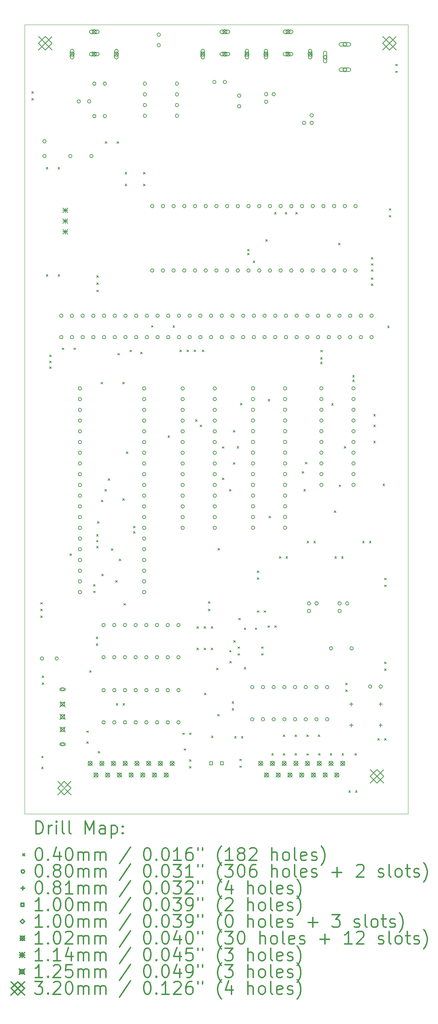
<source format=gbr>
%FSLAX45Y45*%
G04 Gerber Fmt 4.5, Leading zero omitted, Abs format (unit mm)*
G04 Created by KiCad (PCBNEW 4.0.4-stable) date 02/16/17 08:27:43*
%MOMM*%
%LPD*%
G01*
G04 APERTURE LIST*
%ADD10C,0.127000*%
%ADD11C,0.100000*%
%ADD12C,0.200000*%
%ADD13C,0.300000*%
G04 APERTURE END LIST*
D10*
D11*
X18820000Y-5450000D02*
X18820000Y-24150000D01*
X9720000Y-24150000D02*
X18820000Y-24150000D01*
X9720000Y-5450000D02*
X18820000Y-5450000D01*
X9720000Y-5450000D02*
X9720000Y-24150000D01*
D12*
X9890000Y-7040000D02*
X9930000Y-7080000D01*
X9930000Y-7040000D02*
X9890000Y-7080000D01*
X9890000Y-7200000D02*
X9930000Y-7240000D01*
X9930000Y-7200000D02*
X9890000Y-7240000D01*
X10100000Y-19140000D02*
X10140000Y-19180000D01*
X10140000Y-19140000D02*
X10100000Y-19180000D01*
X10100000Y-19300000D02*
X10140000Y-19340000D01*
X10140000Y-19300000D02*
X10100000Y-19340000D01*
X10100000Y-19460000D02*
X10140000Y-19500000D01*
X10140000Y-19460000D02*
X10100000Y-19500000D01*
X10120000Y-22780000D02*
X10160000Y-22820000D01*
X10160000Y-22780000D02*
X10120000Y-22820000D01*
X10120000Y-23040000D02*
X10160000Y-23080000D01*
X10160000Y-23040000D02*
X10120000Y-23080000D01*
X10130000Y-20880000D02*
X10170000Y-20920000D01*
X10170000Y-20880000D02*
X10130000Y-20920000D01*
X10130000Y-21040000D02*
X10170000Y-21080000D01*
X10170000Y-21040000D02*
X10130000Y-21080000D01*
X10230000Y-8830000D02*
X10270000Y-8870000D01*
X10270000Y-8830000D02*
X10230000Y-8870000D01*
X10230000Y-11370000D02*
X10270000Y-11410000D01*
X10270000Y-11370000D02*
X10230000Y-11410000D01*
X10310000Y-13280000D02*
X10350000Y-13320000D01*
X10350000Y-13280000D02*
X10310000Y-13320000D01*
X10310000Y-13419000D02*
X10350000Y-13459000D01*
X10350000Y-13419000D02*
X10310000Y-13459000D01*
X10310000Y-13559000D02*
X10350000Y-13599000D01*
X10350000Y-13559000D02*
X10310000Y-13599000D01*
X10510000Y-8830000D02*
X10550000Y-8870000D01*
X10550000Y-8830000D02*
X10510000Y-8870000D01*
X10510000Y-11370000D02*
X10550000Y-11410000D01*
X10550000Y-11370000D02*
X10510000Y-11410000D01*
X10604000Y-13113000D02*
X10644000Y-13153000D01*
X10644000Y-13113000D02*
X10604000Y-13153000D01*
X10793000Y-17986000D02*
X10833000Y-18026000D01*
X10833000Y-17986000D02*
X10793000Y-18026000D01*
X10884000Y-13113000D02*
X10924000Y-13153000D01*
X10924000Y-13113000D02*
X10884000Y-13153000D01*
X11190000Y-22180000D02*
X11230000Y-22220000D01*
X11230000Y-22180000D02*
X11190000Y-22220000D01*
X11190000Y-22440000D02*
X11230000Y-22480000D01*
X11230000Y-22440000D02*
X11190000Y-22480000D01*
X11260000Y-20755000D02*
X11300000Y-20795000D01*
X11300000Y-20755000D02*
X11260000Y-20795000D01*
X11350000Y-18710000D02*
X11390000Y-18750000D01*
X11390000Y-18710000D02*
X11350000Y-18750000D01*
X11350000Y-18870000D02*
X11390000Y-18910000D01*
X11390000Y-18870000D02*
X11350000Y-18910000D01*
X11415000Y-19958000D02*
X11455000Y-19998000D01*
X11455000Y-19958000D02*
X11415000Y-19998000D01*
X11415000Y-20118000D02*
X11455000Y-20158000D01*
X11455000Y-20118000D02*
X11415000Y-20158000D01*
X11423000Y-17530000D02*
X11463000Y-17570000D01*
X11463000Y-17530000D02*
X11423000Y-17570000D01*
X11423000Y-17667000D02*
X11463000Y-17707000D01*
X11463000Y-17667000D02*
X11423000Y-17707000D01*
X11423000Y-17805000D02*
X11463000Y-17845000D01*
X11463000Y-17805000D02*
X11423000Y-17845000D01*
X11430000Y-11400000D02*
X11470000Y-11440000D01*
X11470000Y-11400000D02*
X11430000Y-11440000D01*
X11430000Y-11570000D02*
X11470000Y-11610000D01*
X11470000Y-11570000D02*
X11430000Y-11610000D01*
X11430000Y-11740000D02*
X11470000Y-11780000D01*
X11470000Y-11740000D02*
X11430000Y-11780000D01*
X11447000Y-17225000D02*
X11487000Y-17265000D01*
X11487000Y-17225000D02*
X11447000Y-17265000D01*
X11461000Y-22664000D02*
X11501000Y-22704000D01*
X11501000Y-22664000D02*
X11461000Y-22704000D01*
X11526998Y-13924000D02*
X11566998Y-13964000D01*
X11566998Y-13924000D02*
X11526998Y-13964000D01*
X11537000Y-16717000D02*
X11577000Y-16757000D01*
X11577000Y-16717000D02*
X11537000Y-16757000D01*
X11548000Y-18465000D02*
X11588000Y-18505000D01*
X11588000Y-18465000D02*
X11548000Y-18505000D01*
X11621000Y-16462000D02*
X11661000Y-16502000D01*
X11661000Y-16462000D02*
X11621000Y-16502000D01*
X11630000Y-8220000D02*
X11670000Y-8260000D01*
X11670000Y-8220000D02*
X11630000Y-8260000D01*
X11697000Y-16209000D02*
X11737000Y-16249000D01*
X11737000Y-16209000D02*
X11697000Y-16249000D01*
X11776000Y-17864000D02*
X11816000Y-17904000D01*
X11816000Y-17864000D02*
X11776000Y-17904000D01*
X11878000Y-18619000D02*
X11918000Y-18659000D01*
X11918000Y-18619000D02*
X11878000Y-18659000D01*
X11890000Y-21530000D02*
X11930000Y-21570000D01*
X11930000Y-21530000D02*
X11890000Y-21570000D01*
X11910000Y-8220000D02*
X11950000Y-8260000D01*
X11950000Y-8220000D02*
X11910000Y-8260000D01*
X11927000Y-13238000D02*
X11967000Y-13278000D01*
X11967000Y-13238000D02*
X11927000Y-13278000D01*
X11963000Y-18112000D02*
X12003000Y-18152000D01*
X12003000Y-18112000D02*
X11963000Y-18152000D01*
X12044000Y-13923000D02*
X12084000Y-13963000D01*
X12084000Y-13923000D02*
X12044000Y-13963000D01*
X12044000Y-16681000D02*
X12084000Y-16721000D01*
X12084000Y-16681000D02*
X12044000Y-16721000D01*
X12050000Y-21530000D02*
X12090000Y-21570000D01*
X12090000Y-21530000D02*
X12050000Y-21570000D01*
X12074000Y-19165000D02*
X12114000Y-19205000D01*
X12114000Y-19165000D02*
X12074000Y-19205000D01*
X12100000Y-8950000D02*
X12140000Y-8990000D01*
X12140000Y-8950000D02*
X12100000Y-8990000D01*
X12100000Y-9230000D02*
X12140000Y-9270000D01*
X12140000Y-9230000D02*
X12100000Y-9270000D01*
X12131000Y-15573000D02*
X12171000Y-15613000D01*
X12171000Y-15573000D02*
X12131000Y-15613000D01*
X12218000Y-13164000D02*
X12258000Y-13204000D01*
X12258000Y-13164000D02*
X12218000Y-13204000D01*
X12300000Y-17332000D02*
X12340000Y-17372000D01*
X12340000Y-17332000D02*
X12300000Y-17372000D01*
X12300000Y-17462000D02*
X12340000Y-17502000D01*
X12340000Y-17462000D02*
X12300000Y-17502000D01*
X12472000Y-13210000D02*
X12512000Y-13250000D01*
X12512000Y-13210000D02*
X12472000Y-13250000D01*
X12540000Y-8950000D02*
X12580000Y-8990000D01*
X12580000Y-8950000D02*
X12540000Y-8990000D01*
X12540000Y-9230000D02*
X12580000Y-9270000D01*
X12580000Y-9230000D02*
X12540000Y-9270000D01*
X12727000Y-12579000D02*
X12767000Y-12619000D01*
X12767000Y-12579000D02*
X12727000Y-12619000D01*
X13118000Y-15193000D02*
X13158000Y-15233000D01*
X13158000Y-15193000D02*
X13118000Y-15233000D01*
X13235000Y-12585000D02*
X13275000Y-12625000D01*
X13275000Y-12585000D02*
X13235000Y-12625000D01*
X13400000Y-13160000D02*
X13440000Y-13200000D01*
X13440000Y-13160000D02*
X13400000Y-13200000D01*
X13470000Y-22230000D02*
X13510000Y-22270000D01*
X13510000Y-22230000D02*
X13470000Y-22270000D01*
X13505000Y-22604000D02*
X13545000Y-22644000D01*
X13545000Y-22604000D02*
X13505000Y-22644000D01*
X13572000Y-13160000D02*
X13612000Y-13200000D01*
X13612000Y-13160000D02*
X13572000Y-13200000D01*
X13630000Y-22230000D02*
X13670000Y-22270000D01*
X13670000Y-22230000D02*
X13630000Y-22270000D01*
X13630000Y-22859000D02*
X13670000Y-22899000D01*
X13670000Y-22859000D02*
X13630000Y-22899000D01*
X13630000Y-23020000D02*
X13670000Y-23060000D01*
X13670000Y-23020000D02*
X13630000Y-23060000D01*
X13742000Y-13160000D02*
X13782000Y-13200000D01*
X13782000Y-13160000D02*
X13742000Y-13200000D01*
X13775000Y-14812000D02*
X13815000Y-14852000D01*
X13815000Y-14812000D02*
X13775000Y-14852000D01*
X13804000Y-19712000D02*
X13844000Y-19752000D01*
X13844000Y-19712000D02*
X13804000Y-19752000D01*
X13804000Y-20220000D02*
X13844000Y-20260000D01*
X13844000Y-20220000D02*
X13804000Y-20260000D01*
X13885000Y-14939000D02*
X13925000Y-14979000D01*
X13925000Y-14939000D02*
X13885000Y-14979000D01*
X13932000Y-13160000D02*
X13972000Y-13200000D01*
X13972000Y-13160000D02*
X13932000Y-13200000D01*
X13974000Y-19712000D02*
X14014000Y-19752000D01*
X14014000Y-19712000D02*
X13974000Y-19752000D01*
X13974000Y-20220000D02*
X14014000Y-20260000D01*
X14014000Y-20220000D02*
X13974000Y-20260000D01*
X13982000Y-21284000D02*
X14022000Y-21324000D01*
X14022000Y-21284000D02*
X13982000Y-21324000D01*
X14080000Y-19120000D02*
X14120000Y-19160000D01*
X14120000Y-19120000D02*
X14080000Y-19160000D01*
X14080000Y-19300000D02*
X14120000Y-19340000D01*
X14120000Y-19300000D02*
X14080000Y-19340000D01*
X14144000Y-19712000D02*
X14184000Y-19752000D01*
X14184000Y-19712000D02*
X14144000Y-19752000D01*
X14144000Y-20220000D02*
X14184000Y-20260000D01*
X14184000Y-20220000D02*
X14144000Y-20260000D01*
X14151000Y-22305000D02*
X14191000Y-22345000D01*
X14191000Y-22305000D02*
X14151000Y-22345000D01*
X14274000Y-20693000D02*
X14314000Y-20733000D01*
X14314000Y-20693000D02*
X14274000Y-20733000D01*
X14301000Y-21790000D02*
X14341000Y-21830000D01*
X14341000Y-21790000D02*
X14301000Y-21830000D01*
X14309000Y-17860000D02*
X14349000Y-17900000D01*
X14349000Y-17860000D02*
X14309000Y-17900000D01*
X14410000Y-15448000D02*
X14450000Y-15488000D01*
X14450000Y-15448000D02*
X14410000Y-15488000D01*
X14410000Y-16187000D02*
X14450000Y-16227000D01*
X14450000Y-16187000D02*
X14410000Y-16227000D01*
X14577000Y-16463000D02*
X14617000Y-16503000D01*
X14617000Y-16463000D02*
X14577000Y-16503000D01*
X14582000Y-20276000D02*
X14622000Y-20316000D01*
X14622000Y-20276000D02*
X14582000Y-20316000D01*
X14583000Y-20534000D02*
X14623000Y-20574000D01*
X14623000Y-20534000D02*
X14583000Y-20574000D01*
X14641000Y-21490000D02*
X14681000Y-21530000D01*
X14681000Y-21490000D02*
X14641000Y-21530000D01*
X14641000Y-21650000D02*
X14681000Y-21690000D01*
X14681000Y-21650000D02*
X14641000Y-21690000D01*
X14669000Y-15066000D02*
X14709000Y-15106000D01*
X14709000Y-15066000D02*
X14669000Y-15106000D01*
X14669000Y-15828000D02*
X14709000Y-15868000D01*
X14709000Y-15828000D02*
X14669000Y-15868000D01*
X14679000Y-20041000D02*
X14719000Y-20081000D01*
X14719000Y-20041000D02*
X14679000Y-20081000D01*
X14700000Y-22310000D02*
X14740000Y-22350000D01*
X14740000Y-22310000D02*
X14700000Y-22350000D01*
X14759000Y-15445000D02*
X14799000Y-15485000D01*
X14799000Y-15445000D02*
X14759000Y-15485000D01*
X14780000Y-20190000D02*
X14820000Y-20230000D01*
X14820000Y-20190000D02*
X14780000Y-20230000D01*
X14780000Y-20350000D02*
X14820000Y-20390000D01*
X14820000Y-20350000D02*
X14780000Y-20390000D01*
X14795000Y-19513000D02*
X14835000Y-19553000D01*
X14835000Y-19513000D02*
X14795000Y-19553000D01*
X14820000Y-22849600D02*
X14860000Y-22889600D01*
X14860000Y-22849600D02*
X14820000Y-22889600D01*
X14820000Y-23010400D02*
X14860000Y-23050400D01*
X14860000Y-23010400D02*
X14820000Y-23050400D01*
X14842000Y-14421000D02*
X14882000Y-14461000D01*
X14882000Y-14421000D02*
X14842000Y-14461000D01*
X14860000Y-22310000D02*
X14900000Y-22350000D01*
X14900000Y-22310000D02*
X14860000Y-22350000D01*
X14928000Y-20679000D02*
X14968000Y-20719000D01*
X14968000Y-20679000D02*
X14928000Y-20719000D01*
X14929000Y-19741000D02*
X14969000Y-19781000D01*
X14969000Y-19741000D02*
X14929000Y-19781000D01*
X15007000Y-10776000D02*
X15047000Y-10816000D01*
X15047000Y-10776000D02*
X15007000Y-10816000D01*
X15007000Y-10865000D02*
X15047000Y-10905000D01*
X15047000Y-10865000D02*
X15007000Y-10905000D01*
X15141000Y-11050000D02*
X15181000Y-11090000D01*
X15181000Y-11050000D02*
X15141000Y-11090000D01*
X15192000Y-19741000D02*
X15232000Y-19781000D01*
X15232000Y-19741000D02*
X15192000Y-19781000D01*
X15240000Y-18390000D02*
X15280000Y-18430000D01*
X15280000Y-18390000D02*
X15240000Y-18430000D01*
X15240000Y-18550000D02*
X15280000Y-18590000D01*
X15280000Y-18550000D02*
X15240000Y-18590000D01*
X15240000Y-19335000D02*
X15280000Y-19375000D01*
X15280000Y-19335000D02*
X15240000Y-19375000D01*
X15340000Y-20190000D02*
X15380000Y-20230000D01*
X15380000Y-20190000D02*
X15340000Y-20230000D01*
X15340000Y-20350000D02*
X15380000Y-20390000D01*
X15380000Y-20350000D02*
X15340000Y-20390000D01*
X15399000Y-19335000D02*
X15439000Y-19375000D01*
X15439000Y-19335000D02*
X15399000Y-19375000D01*
X15443000Y-10545000D02*
X15483000Y-10585000D01*
X15483000Y-10545000D02*
X15443000Y-10585000D01*
X15490000Y-19691000D02*
X15530000Y-19731000D01*
X15530000Y-19691000D02*
X15490000Y-19731000D01*
X15495000Y-14326000D02*
X15535000Y-14366000D01*
X15535000Y-14326000D02*
X15495000Y-14366000D01*
X15520000Y-17095000D02*
X15560000Y-17135000D01*
X15560000Y-17095000D02*
X15520000Y-17135000D01*
X15580000Y-22720000D02*
X15620000Y-22760000D01*
X15620000Y-22720000D02*
X15580000Y-22760000D01*
X15648000Y-9899000D02*
X15688000Y-9939000D01*
X15688000Y-9899000D02*
X15648000Y-9939000D01*
X15650000Y-19691000D02*
X15690000Y-19731000D01*
X15690000Y-19691000D02*
X15650000Y-19731000D01*
X15760000Y-18050000D02*
X15800000Y-18090000D01*
X15800000Y-18050000D02*
X15760000Y-18090000D01*
X15859000Y-22280000D02*
X15899000Y-22320000D01*
X15899000Y-22280000D02*
X15859000Y-22320000D01*
X15859000Y-22720000D02*
X15899000Y-22760000D01*
X15899000Y-22720000D02*
X15859000Y-22760000D01*
X15902000Y-9899000D02*
X15942000Y-9939000D01*
X15942000Y-9899000D02*
X15902000Y-9939000D01*
X15920000Y-18050000D02*
X15960000Y-18090000D01*
X15960000Y-18050000D02*
X15920000Y-18090000D01*
X16136000Y-22280000D02*
X16176000Y-22320000D01*
X16176000Y-22280000D02*
X16136000Y-22320000D01*
X16136000Y-22720000D02*
X16176000Y-22760000D01*
X16176000Y-22720000D02*
X16136000Y-22760000D01*
X16155000Y-9899000D02*
X16195000Y-9939000D01*
X16195000Y-9899000D02*
X16155000Y-9939000D01*
X16302000Y-16040000D02*
X16342000Y-16080000D01*
X16342000Y-16040000D02*
X16302000Y-16080000D01*
X16343000Y-16461000D02*
X16383000Y-16501000D01*
X16383000Y-16461000D02*
X16343000Y-16501000D01*
X16379000Y-15819000D02*
X16419000Y-15859000D01*
X16419000Y-15819000D02*
X16379000Y-15859000D01*
X16413000Y-22280000D02*
X16453000Y-22320000D01*
X16453000Y-22280000D02*
X16413000Y-22320000D01*
X16413000Y-22721000D02*
X16453000Y-22761000D01*
X16453000Y-22721000D02*
X16413000Y-22761000D01*
X16420000Y-17690000D02*
X16460000Y-17730000D01*
X16460000Y-17690000D02*
X16420000Y-17730000D01*
X16580000Y-17690000D02*
X16620000Y-17730000D01*
X16620000Y-17690000D02*
X16580000Y-17730000D01*
X16684999Y-22280000D02*
X16724999Y-22320000D01*
X16724999Y-22280000D02*
X16684999Y-22320000D01*
X16692000Y-22720000D02*
X16732000Y-22760000D01*
X16732000Y-22720000D02*
X16692000Y-22760000D01*
X16741000Y-13336000D02*
X16781000Y-13376000D01*
X16781000Y-13336000D02*
X16741000Y-13376000D01*
X16741000Y-13445000D02*
X16781000Y-13485000D01*
X16781000Y-13445000D02*
X16741000Y-13485000D01*
X16742000Y-13162000D02*
X16782000Y-13202000D01*
X16782000Y-13162000D02*
X16742000Y-13202000D01*
X16970000Y-22720000D02*
X17010000Y-22760000D01*
X17010000Y-22720000D02*
X16970000Y-22760000D01*
X17004000Y-14428000D02*
X17044000Y-14468000D01*
X17044000Y-14428000D02*
X17004000Y-14468000D01*
X17068000Y-16968000D02*
X17108000Y-17008000D01*
X17108000Y-16968000D02*
X17068000Y-17008000D01*
X17080000Y-18050000D02*
X17120000Y-18090000D01*
X17120000Y-18050000D02*
X17080000Y-18090000D01*
X17171000Y-10625000D02*
X17211000Y-10665000D01*
X17211000Y-10625000D02*
X17171000Y-10665000D01*
X17182000Y-16355000D02*
X17222000Y-16395000D01*
X17222000Y-16355000D02*
X17182000Y-16395000D01*
X17240000Y-18050000D02*
X17280000Y-18090000D01*
X17280000Y-18050000D02*
X17240000Y-18090000D01*
X17248000Y-22720000D02*
X17288000Y-22760000D01*
X17288000Y-22720000D02*
X17248000Y-22760000D01*
X17301000Y-15444000D02*
X17341000Y-15484000D01*
X17341000Y-15444000D02*
X17301000Y-15484000D01*
X17340000Y-21050000D02*
X17380000Y-21090000D01*
X17380000Y-21050000D02*
X17340000Y-21090000D01*
X17340000Y-21210000D02*
X17380000Y-21250000D01*
X17380000Y-21210000D02*
X17340000Y-21250000D01*
X17410000Y-23600000D02*
X17450000Y-23640000D01*
X17450000Y-23600000D02*
X17410000Y-23640000D01*
X17503000Y-13760000D02*
X17543000Y-13800000D01*
X17543000Y-13760000D02*
X17503000Y-13800000D01*
X17503000Y-13870000D02*
X17543000Y-13910000D01*
X17543000Y-13870000D02*
X17503000Y-13910000D01*
X17555000Y-22720000D02*
X17595000Y-22760000D01*
X17595000Y-22720000D02*
X17555000Y-22760000D01*
X17570000Y-23600000D02*
X17610000Y-23640000D01*
X17610000Y-23600000D02*
X17570000Y-23640000D01*
X17740000Y-17690000D02*
X17780000Y-17730000D01*
X17780000Y-17690000D02*
X17740000Y-17730000D01*
X17900000Y-17690000D02*
X17940000Y-17730000D01*
X17940000Y-17690000D02*
X17900000Y-17730000D01*
X17945000Y-10967000D02*
X17985000Y-11007000D01*
X17985000Y-10967000D02*
X17945000Y-11007000D01*
X17945000Y-11113000D02*
X17985000Y-11153000D01*
X17985000Y-11113000D02*
X17945000Y-11153000D01*
X17945000Y-11257000D02*
X17985000Y-11297000D01*
X17985000Y-11257000D02*
X17945000Y-11297000D01*
X17945000Y-11450000D02*
X17985000Y-11490000D01*
X17985000Y-11450000D02*
X17945000Y-11490000D01*
X17945000Y-11590000D02*
X17985000Y-11630000D01*
X17985000Y-11590000D02*
X17945000Y-11630000D01*
X18002000Y-14680000D02*
X18042000Y-14720000D01*
X18042000Y-14680000D02*
X18002000Y-14720000D01*
X18002000Y-14936000D02*
X18042000Y-14976000D01*
X18042000Y-14936000D02*
X18002000Y-14976000D01*
X18002000Y-15317000D02*
X18042000Y-15357000D01*
X18042000Y-15317000D02*
X18002000Y-15357000D01*
X18100000Y-22360000D02*
X18140000Y-22400000D01*
X18140000Y-22360000D02*
X18100000Y-22400000D01*
X18222000Y-16333000D02*
X18262000Y-16373000D01*
X18262000Y-16333000D02*
X18222000Y-16373000D01*
X18260000Y-18565000D02*
X18300000Y-18605000D01*
X18300000Y-18565000D02*
X18260000Y-18605000D01*
X18260000Y-18725000D02*
X18300000Y-18765000D01*
X18300000Y-18725000D02*
X18260000Y-18765000D01*
X18260000Y-22360000D02*
X18300000Y-22400000D01*
X18300000Y-22360000D02*
X18260000Y-22400000D01*
X18261000Y-20550000D02*
X18301000Y-20590000D01*
X18301000Y-20550000D02*
X18261000Y-20590000D01*
X18261000Y-20710000D02*
X18301000Y-20750000D01*
X18301000Y-20710000D02*
X18261000Y-20750000D01*
X18332000Y-12593000D02*
X18372000Y-12633000D01*
X18372000Y-12593000D02*
X18332000Y-12633000D01*
X18370000Y-9810000D02*
X18410000Y-9850000D01*
X18410000Y-9810000D02*
X18370000Y-9850000D01*
X18370000Y-9970000D02*
X18410000Y-10010000D01*
X18410000Y-9970000D02*
X18370000Y-10010000D01*
X18520000Y-6390000D02*
X18560000Y-6430000D01*
X18560000Y-6390000D02*
X18520000Y-6430000D01*
X18520000Y-6550000D02*
X18560000Y-6590000D01*
X18560000Y-6550000D02*
X18520000Y-6590000D01*
X10168000Y-20467000D02*
G75*
G03X10168000Y-20467000I-40000J0D01*
G01*
X10227000Y-8216000D02*
G75*
G03X10227000Y-8216000I-40000J0D01*
G01*
X10227000Y-8566000D02*
G75*
G03X10227000Y-8566000I-40000J0D01*
G01*
X10518000Y-20467000D02*
G75*
G03X10518000Y-20467000I-40000J0D01*
G01*
X10627000Y-12346000D02*
G75*
G03X10627000Y-12346000I-40000J0D01*
G01*
X10627000Y-12854000D02*
G75*
G03X10627000Y-12854000I-40000J0D01*
G01*
X10657740Y-21199080D02*
G75*
G03X10657740Y-21199080I-40000J0D01*
G01*
X10580240Y-21229080D02*
X10655240Y-21229080D01*
X10580240Y-21169080D02*
X10655240Y-21169080D01*
X10655240Y-21229080D02*
G75*
G03X10655240Y-21169080I0J30000D01*
G01*
X10580240Y-21169080D02*
G75*
G03X10580240Y-21229080I0J-30000D01*
G01*
X10657740Y-22499080D02*
G75*
G03X10657740Y-22499080I-40000J0D01*
G01*
X10580240Y-22529080D02*
X10655240Y-22529080D01*
X10580240Y-22469080D02*
X10655240Y-22469080D01*
X10655240Y-22529080D02*
G75*
G03X10655240Y-22469080I0J30000D01*
G01*
X10580240Y-22469080D02*
G75*
G03X10580240Y-22529080I0J-30000D01*
G01*
X10841000Y-8566000D02*
G75*
G03X10841000Y-8566000I-40000J0D01*
G01*
X10881000Y-12346000D02*
G75*
G03X10881000Y-12346000I-40000J0D01*
G01*
X10881000Y-12854000D02*
G75*
G03X10881000Y-12854000I-40000J0D01*
G01*
X11040000Y-7270000D02*
G75*
G03X11040000Y-7270000I-40000J0D01*
G01*
X11070000Y-14070000D02*
G75*
G03X11070000Y-14070000I-40000J0D01*
G01*
X11070000Y-14324000D02*
G75*
G03X11070000Y-14324000I-40000J0D01*
G01*
X11070000Y-14578000D02*
G75*
G03X11070000Y-14578000I-40000J0D01*
G01*
X11070000Y-14832000D02*
G75*
G03X11070000Y-14832000I-40000J0D01*
G01*
X11070000Y-15086000D02*
G75*
G03X11070000Y-15086000I-40000J0D01*
G01*
X11070000Y-15340000D02*
G75*
G03X11070000Y-15340000I-40000J0D01*
G01*
X11070000Y-15594000D02*
G75*
G03X11070000Y-15594000I-40000J0D01*
G01*
X11070000Y-15848000D02*
G75*
G03X11070000Y-15848000I-40000J0D01*
G01*
X11070000Y-16102000D02*
G75*
G03X11070000Y-16102000I-40000J0D01*
G01*
X11070000Y-16356000D02*
G75*
G03X11070000Y-16356000I-40000J0D01*
G01*
X11070000Y-16610000D02*
G75*
G03X11070000Y-16610000I-40000J0D01*
G01*
X11070000Y-16864000D02*
G75*
G03X11070000Y-16864000I-40000J0D01*
G01*
X11070000Y-17118000D02*
G75*
G03X11070000Y-17118000I-40000J0D01*
G01*
X11070000Y-17372000D02*
G75*
G03X11070000Y-17372000I-40000J0D01*
G01*
X11070000Y-17626000D02*
G75*
G03X11070000Y-17626000I-40000J0D01*
G01*
X11070000Y-17880000D02*
G75*
G03X11070000Y-17880000I-40000J0D01*
G01*
X11070000Y-18134000D02*
G75*
G03X11070000Y-18134000I-40000J0D01*
G01*
X11070000Y-18388000D02*
G75*
G03X11070000Y-18388000I-40000J0D01*
G01*
X11070000Y-18642000D02*
G75*
G03X11070000Y-18642000I-40000J0D01*
G01*
X11070000Y-18896000D02*
G75*
G03X11070000Y-18896000I-40000J0D01*
G01*
X11135000Y-12346000D02*
G75*
G03X11135000Y-12346000I-40000J0D01*
G01*
X11135000Y-12854000D02*
G75*
G03X11135000Y-12854000I-40000J0D01*
G01*
X11290000Y-7270000D02*
G75*
G03X11290000Y-7270000I-40000J0D01*
G01*
X11341000Y-8566000D02*
G75*
G03X11341000Y-8566000I-40000J0D01*
G01*
X11389000Y-12346000D02*
G75*
G03X11389000Y-12346000I-40000J0D01*
G01*
X11389000Y-12854000D02*
G75*
G03X11389000Y-12854000I-40000J0D01*
G01*
X11410000Y-6850000D02*
G75*
G03X11410000Y-6850000I-40000J0D01*
G01*
X11410000Y-7620000D02*
G75*
G03X11410000Y-7620000I-40000J0D01*
G01*
X11630000Y-19676000D02*
G75*
G03X11630000Y-19676000I-40000J0D01*
G01*
X11630000Y-20438000D02*
G75*
G03X11630000Y-20438000I-40000J0D01*
G01*
X11630000Y-21218000D02*
G75*
G03X11630000Y-21218000I-40000J0D01*
G01*
X11630000Y-21980000D02*
G75*
G03X11630000Y-21980000I-40000J0D01*
G01*
X11643000Y-12346000D02*
G75*
G03X11643000Y-12346000I-40000J0D01*
G01*
X11643000Y-12854000D02*
G75*
G03X11643000Y-12854000I-40000J0D01*
G01*
X11660000Y-6850000D02*
G75*
G03X11660000Y-6850000I-40000J0D01*
G01*
X11660000Y-7620000D02*
G75*
G03X11660000Y-7620000I-40000J0D01*
G01*
X11884000Y-19676000D02*
G75*
G03X11884000Y-19676000I-40000J0D01*
G01*
X11884000Y-20438000D02*
G75*
G03X11884000Y-20438000I-40000J0D01*
G01*
X11884000Y-21218000D02*
G75*
G03X11884000Y-21218000I-40000J0D01*
G01*
X11884000Y-21980000D02*
G75*
G03X11884000Y-21980000I-40000J0D01*
G01*
X11897000Y-12346000D02*
G75*
G03X11897000Y-12346000I-40000J0D01*
G01*
X11897000Y-12854000D02*
G75*
G03X11897000Y-12854000I-40000J0D01*
G01*
X12138000Y-19676000D02*
G75*
G03X12138000Y-19676000I-40000J0D01*
G01*
X12138000Y-20438000D02*
G75*
G03X12138000Y-20438000I-40000J0D01*
G01*
X12138000Y-21218000D02*
G75*
G03X12138000Y-21218000I-40000J0D01*
G01*
X12138000Y-21980000D02*
G75*
G03X12138000Y-21980000I-40000J0D01*
G01*
X12151000Y-12346000D02*
G75*
G03X12151000Y-12346000I-40000J0D01*
G01*
X12151000Y-12854000D02*
G75*
G03X12151000Y-12854000I-40000J0D01*
G01*
X12392000Y-19676000D02*
G75*
G03X12392000Y-19676000I-40000J0D01*
G01*
X12392000Y-20438000D02*
G75*
G03X12392000Y-20438000I-40000J0D01*
G01*
X12392000Y-21218000D02*
G75*
G03X12392000Y-21218000I-40000J0D01*
G01*
X12392000Y-21980000D02*
G75*
G03X12392000Y-21980000I-40000J0D01*
G01*
X12405000Y-12346000D02*
G75*
G03X12405000Y-12346000I-40000J0D01*
G01*
X12405000Y-12854000D02*
G75*
G03X12405000Y-12854000I-40000J0D01*
G01*
X12594000Y-14070000D02*
G75*
G03X12594000Y-14070000I-40000J0D01*
G01*
X12594000Y-14324000D02*
G75*
G03X12594000Y-14324000I-40000J0D01*
G01*
X12594000Y-14578000D02*
G75*
G03X12594000Y-14578000I-40000J0D01*
G01*
X12594000Y-14832000D02*
G75*
G03X12594000Y-14832000I-40000J0D01*
G01*
X12594000Y-15086000D02*
G75*
G03X12594000Y-15086000I-40000J0D01*
G01*
X12594000Y-15340000D02*
G75*
G03X12594000Y-15340000I-40000J0D01*
G01*
X12594000Y-15594000D02*
G75*
G03X12594000Y-15594000I-40000J0D01*
G01*
X12594000Y-15848000D02*
G75*
G03X12594000Y-15848000I-40000J0D01*
G01*
X12594000Y-16102000D02*
G75*
G03X12594000Y-16102000I-40000J0D01*
G01*
X12594000Y-16356000D02*
G75*
G03X12594000Y-16356000I-40000J0D01*
G01*
X12594000Y-16610000D02*
G75*
G03X12594000Y-16610000I-40000J0D01*
G01*
X12594000Y-16864000D02*
G75*
G03X12594000Y-16864000I-40000J0D01*
G01*
X12594000Y-17118000D02*
G75*
G03X12594000Y-17118000I-40000J0D01*
G01*
X12594000Y-17372000D02*
G75*
G03X12594000Y-17372000I-40000J0D01*
G01*
X12594000Y-17626000D02*
G75*
G03X12594000Y-17626000I-40000J0D01*
G01*
X12594000Y-17880000D02*
G75*
G03X12594000Y-17880000I-40000J0D01*
G01*
X12594000Y-18134000D02*
G75*
G03X12594000Y-18134000I-40000J0D01*
G01*
X12594000Y-18388000D02*
G75*
G03X12594000Y-18388000I-40000J0D01*
G01*
X12594000Y-18642000D02*
G75*
G03X12594000Y-18642000I-40000J0D01*
G01*
X12594000Y-18896000D02*
G75*
G03X12594000Y-18896000I-40000J0D01*
G01*
X12610000Y-6850000D02*
G75*
G03X12610000Y-6850000I-40000J0D01*
G01*
X12610000Y-7104000D02*
G75*
G03X12610000Y-7104000I-40000J0D01*
G01*
X12610000Y-7358000D02*
G75*
G03X12610000Y-7358000I-40000J0D01*
G01*
X12610000Y-7612000D02*
G75*
G03X12610000Y-7612000I-40000J0D01*
G01*
X12646000Y-19676000D02*
G75*
G03X12646000Y-19676000I-40000J0D01*
G01*
X12646000Y-20438000D02*
G75*
G03X12646000Y-20438000I-40000J0D01*
G01*
X12646000Y-21218000D02*
G75*
G03X12646000Y-21218000I-40000J0D01*
G01*
X12646000Y-21980000D02*
G75*
G03X12646000Y-21980000I-40000J0D01*
G01*
X12659000Y-12346000D02*
G75*
G03X12659000Y-12346000I-40000J0D01*
G01*
X12659000Y-12854000D02*
G75*
G03X12659000Y-12854000I-40000J0D01*
G01*
X12786000Y-9752000D02*
G75*
G03X12786000Y-9752000I-40000J0D01*
G01*
X12786000Y-11276000D02*
G75*
G03X12786000Y-11276000I-40000J0D01*
G01*
X12900000Y-19676000D02*
G75*
G03X12900000Y-19676000I-40000J0D01*
G01*
X12900000Y-20438000D02*
G75*
G03X12900000Y-20438000I-40000J0D01*
G01*
X12900000Y-21218000D02*
G75*
G03X12900000Y-21218000I-40000J0D01*
G01*
X12900000Y-21980000D02*
G75*
G03X12900000Y-21980000I-40000J0D01*
G01*
X12913000Y-12346000D02*
G75*
G03X12913000Y-12346000I-40000J0D01*
G01*
X12913000Y-12854000D02*
G75*
G03X12913000Y-12854000I-40000J0D01*
G01*
X12940000Y-5690000D02*
G75*
G03X12940000Y-5690000I-40000J0D01*
G01*
X12940000Y-5940000D02*
G75*
G03X12940000Y-5940000I-40000J0D01*
G01*
X13040000Y-9752000D02*
G75*
G03X13040000Y-9752000I-40000J0D01*
G01*
X13040000Y-11276000D02*
G75*
G03X13040000Y-11276000I-40000J0D01*
G01*
X13154000Y-19676000D02*
G75*
G03X13154000Y-19676000I-40000J0D01*
G01*
X13154000Y-20438000D02*
G75*
G03X13154000Y-20438000I-40000J0D01*
G01*
X13154000Y-21218000D02*
G75*
G03X13154000Y-21218000I-40000J0D01*
G01*
X13154000Y-21980000D02*
G75*
G03X13154000Y-21980000I-40000J0D01*
G01*
X13167000Y-12346000D02*
G75*
G03X13167000Y-12346000I-40000J0D01*
G01*
X13167000Y-12854000D02*
G75*
G03X13167000Y-12854000I-40000J0D01*
G01*
X13294000Y-9752000D02*
G75*
G03X13294000Y-9752000I-40000J0D01*
G01*
X13294000Y-11276000D02*
G75*
G03X13294000Y-11276000I-40000J0D01*
G01*
X13372000Y-6850000D02*
G75*
G03X13372000Y-6850000I-40000J0D01*
G01*
X13372000Y-7104000D02*
G75*
G03X13372000Y-7104000I-40000J0D01*
G01*
X13372000Y-7358000D02*
G75*
G03X13372000Y-7358000I-40000J0D01*
G01*
X13372000Y-7612000D02*
G75*
G03X13372000Y-7612000I-40000J0D01*
G01*
X13408000Y-19676000D02*
G75*
G03X13408000Y-19676000I-40000J0D01*
G01*
X13408000Y-20438000D02*
G75*
G03X13408000Y-20438000I-40000J0D01*
G01*
X13408000Y-21218000D02*
G75*
G03X13408000Y-21218000I-40000J0D01*
G01*
X13408000Y-21980000D02*
G75*
G03X13408000Y-21980000I-40000J0D01*
G01*
X13421000Y-12346000D02*
G75*
G03X13421000Y-12346000I-40000J0D01*
G01*
X13421000Y-12854000D02*
G75*
G03X13421000Y-12854000I-40000J0D01*
G01*
X13508000Y-14070000D02*
G75*
G03X13508000Y-14070000I-40000J0D01*
G01*
X13508000Y-14324000D02*
G75*
G03X13508000Y-14324000I-40000J0D01*
G01*
X13508000Y-14578000D02*
G75*
G03X13508000Y-14578000I-40000J0D01*
G01*
X13508000Y-14832000D02*
G75*
G03X13508000Y-14832000I-40000J0D01*
G01*
X13508000Y-15086000D02*
G75*
G03X13508000Y-15086000I-40000J0D01*
G01*
X13508000Y-15340000D02*
G75*
G03X13508000Y-15340000I-40000J0D01*
G01*
X13508000Y-15594000D02*
G75*
G03X13508000Y-15594000I-40000J0D01*
G01*
X13508000Y-15848000D02*
G75*
G03X13508000Y-15848000I-40000J0D01*
G01*
X13508000Y-16102000D02*
G75*
G03X13508000Y-16102000I-40000J0D01*
G01*
X13508000Y-16356000D02*
G75*
G03X13508000Y-16356000I-40000J0D01*
G01*
X13508000Y-16610000D02*
G75*
G03X13508000Y-16610000I-40000J0D01*
G01*
X13508000Y-16864000D02*
G75*
G03X13508000Y-16864000I-40000J0D01*
G01*
X13508000Y-17118000D02*
G75*
G03X13508000Y-17118000I-40000J0D01*
G01*
X13508000Y-17372000D02*
G75*
G03X13508000Y-17372000I-40000J0D01*
G01*
X13548000Y-9752000D02*
G75*
G03X13548000Y-9752000I-40000J0D01*
G01*
X13548000Y-11276000D02*
G75*
G03X13548000Y-11276000I-40000J0D01*
G01*
X13675000Y-12346000D02*
G75*
G03X13675000Y-12346000I-40000J0D01*
G01*
X13675000Y-12854000D02*
G75*
G03X13675000Y-12854000I-40000J0D01*
G01*
X13802000Y-9752000D02*
G75*
G03X13802000Y-9752000I-40000J0D01*
G01*
X13802000Y-11276000D02*
G75*
G03X13802000Y-11276000I-40000J0D01*
G01*
X13929000Y-12346000D02*
G75*
G03X13929000Y-12346000I-40000J0D01*
G01*
X13929000Y-12854000D02*
G75*
G03X13929000Y-12854000I-40000J0D01*
G01*
X14056000Y-9752000D02*
G75*
G03X14056000Y-9752000I-40000J0D01*
G01*
X14056000Y-11276000D02*
G75*
G03X14056000Y-11276000I-40000J0D01*
G01*
X14183000Y-12346000D02*
G75*
G03X14183000Y-12346000I-40000J0D01*
G01*
X14183000Y-12854000D02*
G75*
G03X14183000Y-12854000I-40000J0D01*
G01*
X14260000Y-6810000D02*
G75*
G03X14260000Y-6810000I-40000J0D01*
G01*
X14270000Y-14070000D02*
G75*
G03X14270000Y-14070000I-40000J0D01*
G01*
X14270000Y-14324000D02*
G75*
G03X14270000Y-14324000I-40000J0D01*
G01*
X14270000Y-14578000D02*
G75*
G03X14270000Y-14578000I-40000J0D01*
G01*
X14270000Y-14832000D02*
G75*
G03X14270000Y-14832000I-40000J0D01*
G01*
X14270000Y-15086000D02*
G75*
G03X14270000Y-15086000I-40000J0D01*
G01*
X14270000Y-15340000D02*
G75*
G03X14270000Y-15340000I-40000J0D01*
G01*
X14270000Y-15594000D02*
G75*
G03X14270000Y-15594000I-40000J0D01*
G01*
X14270000Y-15848000D02*
G75*
G03X14270000Y-15848000I-40000J0D01*
G01*
X14270000Y-16102000D02*
G75*
G03X14270000Y-16102000I-40000J0D01*
G01*
X14270000Y-16356000D02*
G75*
G03X14270000Y-16356000I-40000J0D01*
G01*
X14270000Y-16610000D02*
G75*
G03X14270000Y-16610000I-40000J0D01*
G01*
X14270000Y-16864000D02*
G75*
G03X14270000Y-16864000I-40000J0D01*
G01*
X14270000Y-17118000D02*
G75*
G03X14270000Y-17118000I-40000J0D01*
G01*
X14270000Y-17372000D02*
G75*
G03X14270000Y-17372000I-40000J0D01*
G01*
X14310000Y-9752000D02*
G75*
G03X14310000Y-9752000I-40000J0D01*
G01*
X14310000Y-11276000D02*
G75*
G03X14310000Y-11276000I-40000J0D01*
G01*
X14437000Y-12346000D02*
G75*
G03X14437000Y-12346000I-40000J0D01*
G01*
X14437000Y-12854000D02*
G75*
G03X14437000Y-12854000I-40000J0D01*
G01*
X14510000Y-6810000D02*
G75*
G03X14510000Y-6810000I-40000J0D01*
G01*
X14564000Y-9752000D02*
G75*
G03X14564000Y-9752000I-40000J0D01*
G01*
X14564000Y-11276000D02*
G75*
G03X14564000Y-11276000I-40000J0D01*
G01*
X14691000Y-12346000D02*
G75*
G03X14691000Y-12346000I-40000J0D01*
G01*
X14691000Y-12854000D02*
G75*
G03X14691000Y-12854000I-40000J0D01*
G01*
X14818000Y-9752000D02*
G75*
G03X14818000Y-9752000I-40000J0D01*
G01*
X14818000Y-11276000D02*
G75*
G03X14818000Y-11276000I-40000J0D01*
G01*
X14850000Y-7135000D02*
G75*
G03X14850000Y-7135000I-40000J0D01*
G01*
X14850000Y-7385000D02*
G75*
G03X14850000Y-7385000I-40000J0D01*
G01*
X14945000Y-12346000D02*
G75*
G03X14945000Y-12346000I-40000J0D01*
G01*
X14945000Y-12854000D02*
G75*
G03X14945000Y-12854000I-40000J0D01*
G01*
X15072000Y-9752000D02*
G75*
G03X15072000Y-9752000I-40000J0D01*
G01*
X15072000Y-11276000D02*
G75*
G03X15072000Y-11276000I-40000J0D01*
G01*
X15160000Y-21145000D02*
G75*
G03X15160000Y-21145000I-40000J0D01*
G01*
X15160000Y-21907000D02*
G75*
G03X15160000Y-21907000I-40000J0D01*
G01*
X15177000Y-14068000D02*
G75*
G03X15177000Y-14068000I-40000J0D01*
G01*
X15177000Y-14322000D02*
G75*
G03X15177000Y-14322000I-40000J0D01*
G01*
X15177000Y-14576000D02*
G75*
G03X15177000Y-14576000I-40000J0D01*
G01*
X15177000Y-14830000D02*
G75*
G03X15177000Y-14830000I-40000J0D01*
G01*
X15177000Y-15084000D02*
G75*
G03X15177000Y-15084000I-40000J0D01*
G01*
X15177000Y-15338000D02*
G75*
G03X15177000Y-15338000I-40000J0D01*
G01*
X15177000Y-15592000D02*
G75*
G03X15177000Y-15592000I-40000J0D01*
G01*
X15177000Y-15846000D02*
G75*
G03X15177000Y-15846000I-40000J0D01*
G01*
X15177000Y-16100000D02*
G75*
G03X15177000Y-16100000I-40000J0D01*
G01*
X15177000Y-16354000D02*
G75*
G03X15177000Y-16354000I-40000J0D01*
G01*
X15177000Y-16608000D02*
G75*
G03X15177000Y-16608000I-40000J0D01*
G01*
X15177000Y-16862000D02*
G75*
G03X15177000Y-16862000I-40000J0D01*
G01*
X15177000Y-17116000D02*
G75*
G03X15177000Y-17116000I-40000J0D01*
G01*
X15177000Y-17370000D02*
G75*
G03X15177000Y-17370000I-40000J0D01*
G01*
X15199000Y-12346000D02*
G75*
G03X15199000Y-12346000I-40000J0D01*
G01*
X15199000Y-12854000D02*
G75*
G03X15199000Y-12854000I-40000J0D01*
G01*
X15326000Y-9752000D02*
G75*
G03X15326000Y-9752000I-40000J0D01*
G01*
X15326000Y-11276000D02*
G75*
G03X15326000Y-11276000I-40000J0D01*
G01*
X15414000Y-21145000D02*
G75*
G03X15414000Y-21145000I-40000J0D01*
G01*
X15414000Y-21907000D02*
G75*
G03X15414000Y-21907000I-40000J0D01*
G01*
X15453000Y-12346000D02*
G75*
G03X15453000Y-12346000I-40000J0D01*
G01*
X15453000Y-12854000D02*
G75*
G03X15453000Y-12854000I-40000J0D01*
G01*
X15490000Y-7100395D02*
G75*
G03X15490000Y-7100395I-40000J0D01*
G01*
X15490000Y-7280000D02*
G75*
G03X15490000Y-7280000I-40000J0D01*
G01*
X15580000Y-9752000D02*
G75*
G03X15580000Y-9752000I-40000J0D01*
G01*
X15580000Y-11276000D02*
G75*
G03X15580000Y-11276000I-40000J0D01*
G01*
X15668000Y-21145000D02*
G75*
G03X15668000Y-21145000I-40000J0D01*
G01*
X15668000Y-21907000D02*
G75*
G03X15668000Y-21907000I-40000J0D01*
G01*
X15669605Y-7100395D02*
G75*
G03X15669605Y-7100395I-40000J0D01*
G01*
X15707000Y-12346000D02*
G75*
G03X15707000Y-12346000I-40000J0D01*
G01*
X15707000Y-12854000D02*
G75*
G03X15707000Y-12854000I-40000J0D01*
G01*
X15834000Y-9752000D02*
G75*
G03X15834000Y-9752000I-40000J0D01*
G01*
X15834000Y-11276000D02*
G75*
G03X15834000Y-11276000I-40000J0D01*
G01*
X15922000Y-21145000D02*
G75*
G03X15922000Y-21145000I-40000J0D01*
G01*
X15922000Y-21907000D02*
G75*
G03X15922000Y-21907000I-40000J0D01*
G01*
X15939000Y-14068000D02*
G75*
G03X15939000Y-14068000I-40000J0D01*
G01*
X15939000Y-14322000D02*
G75*
G03X15939000Y-14322000I-40000J0D01*
G01*
X15939000Y-14576000D02*
G75*
G03X15939000Y-14576000I-40000J0D01*
G01*
X15939000Y-14830000D02*
G75*
G03X15939000Y-14830000I-40000J0D01*
G01*
X15939000Y-15084000D02*
G75*
G03X15939000Y-15084000I-40000J0D01*
G01*
X15939000Y-15338000D02*
G75*
G03X15939000Y-15338000I-40000J0D01*
G01*
X15939000Y-15592000D02*
G75*
G03X15939000Y-15592000I-40000J0D01*
G01*
X15939000Y-15846000D02*
G75*
G03X15939000Y-15846000I-40000J0D01*
G01*
X15939000Y-16100000D02*
G75*
G03X15939000Y-16100000I-40000J0D01*
G01*
X15939000Y-16354000D02*
G75*
G03X15939000Y-16354000I-40000J0D01*
G01*
X15939000Y-16608000D02*
G75*
G03X15939000Y-16608000I-40000J0D01*
G01*
X15939000Y-16862000D02*
G75*
G03X15939000Y-16862000I-40000J0D01*
G01*
X15939000Y-17116000D02*
G75*
G03X15939000Y-17116000I-40000J0D01*
G01*
X15939000Y-17370000D02*
G75*
G03X15939000Y-17370000I-40000J0D01*
G01*
X15961000Y-12346000D02*
G75*
G03X15961000Y-12346000I-40000J0D01*
G01*
X15961000Y-12854000D02*
G75*
G03X15961000Y-12854000I-40000J0D01*
G01*
X16088000Y-9752000D02*
G75*
G03X16088000Y-9752000I-40000J0D01*
G01*
X16088000Y-11276000D02*
G75*
G03X16088000Y-11276000I-40000J0D01*
G01*
X16176000Y-21145000D02*
G75*
G03X16176000Y-21145000I-40000J0D01*
G01*
X16176000Y-21907000D02*
G75*
G03X16176000Y-21907000I-40000J0D01*
G01*
X16215000Y-12346000D02*
G75*
G03X16215000Y-12346000I-40000J0D01*
G01*
X16215000Y-12854000D02*
G75*
G03X16215000Y-12854000I-40000J0D01*
G01*
X16342000Y-9752000D02*
G75*
G03X16342000Y-9752000I-40000J0D01*
G01*
X16342000Y-11276000D02*
G75*
G03X16342000Y-11276000I-40000J0D01*
G01*
X16390395Y-7779605D02*
G75*
G03X16390395Y-7779605I-40000J0D01*
G01*
X16430000Y-21145000D02*
G75*
G03X16430000Y-21145000I-40000J0D01*
G01*
X16430000Y-21907000D02*
G75*
G03X16430000Y-21907000I-40000J0D01*
G01*
X16469000Y-12346000D02*
G75*
G03X16469000Y-12346000I-40000J0D01*
G01*
X16469000Y-12854000D02*
G75*
G03X16469000Y-12854000I-40000J0D01*
G01*
X16507000Y-19161395D02*
G75*
G03X16507000Y-19161395I-40000J0D01*
G01*
X16507000Y-19341000D02*
G75*
G03X16507000Y-19341000I-40000J0D01*
G01*
X16570000Y-7600000D02*
G75*
G03X16570000Y-7600000I-40000J0D01*
G01*
X16570000Y-7779605D02*
G75*
G03X16570000Y-7779605I-40000J0D01*
G01*
X16596000Y-9752000D02*
G75*
G03X16596000Y-9752000I-40000J0D01*
G01*
X16596000Y-11276000D02*
G75*
G03X16596000Y-11276000I-40000J0D01*
G01*
X16684000Y-21145000D02*
G75*
G03X16684000Y-21145000I-40000J0D01*
G01*
X16684000Y-21907000D02*
G75*
G03X16684000Y-21907000I-40000J0D01*
G01*
X16686605Y-19161395D02*
G75*
G03X16686605Y-19161395I-40000J0D01*
G01*
X16723000Y-12346000D02*
G75*
G03X16723000Y-12346000I-40000J0D01*
G01*
X16723000Y-12854000D02*
G75*
G03X16723000Y-12854000I-40000J0D01*
G01*
X16801000Y-14067000D02*
G75*
G03X16801000Y-14067000I-40000J0D01*
G01*
X16801000Y-14321000D02*
G75*
G03X16801000Y-14321000I-40000J0D01*
G01*
X16801000Y-14575000D02*
G75*
G03X16801000Y-14575000I-40000J0D01*
G01*
X16801000Y-14829000D02*
G75*
G03X16801000Y-14829000I-40000J0D01*
G01*
X16801000Y-15083000D02*
G75*
G03X16801000Y-15083000I-40000J0D01*
G01*
X16801000Y-15337000D02*
G75*
G03X16801000Y-15337000I-40000J0D01*
G01*
X16801000Y-15591000D02*
G75*
G03X16801000Y-15591000I-40000J0D01*
G01*
X16801000Y-15845000D02*
G75*
G03X16801000Y-15845000I-40000J0D01*
G01*
X16801000Y-16099000D02*
G75*
G03X16801000Y-16099000I-40000J0D01*
G01*
X16801000Y-16353000D02*
G75*
G03X16801000Y-16353000I-40000J0D01*
G01*
X16850000Y-9752000D02*
G75*
G03X16850000Y-9752000I-40000J0D01*
G01*
X16850000Y-11276000D02*
G75*
G03X16850000Y-11276000I-40000J0D01*
G01*
X16938000Y-21145000D02*
G75*
G03X16938000Y-21145000I-40000J0D01*
G01*
X16938000Y-21907000D02*
G75*
G03X16938000Y-21907000I-40000J0D01*
G01*
X16977000Y-12346000D02*
G75*
G03X16977000Y-12346000I-40000J0D01*
G01*
X16977000Y-12854000D02*
G75*
G03X16977000Y-12854000I-40000J0D01*
G01*
X17030906Y-20227000D02*
G75*
G03X17030906Y-20227000I-40000J0D01*
G01*
X17104000Y-9752000D02*
G75*
G03X17104000Y-9752000I-40000J0D01*
G01*
X17104000Y-11276000D02*
G75*
G03X17104000Y-11276000I-40000J0D01*
G01*
X17231000Y-12346000D02*
G75*
G03X17231000Y-12346000I-40000J0D01*
G01*
X17231000Y-12854000D02*
G75*
G03X17231000Y-12854000I-40000J0D01*
G01*
X17234000Y-19161395D02*
G75*
G03X17234000Y-19161395I-40000J0D01*
G01*
X17234000Y-19341000D02*
G75*
G03X17234000Y-19341000I-40000J0D01*
G01*
X17358000Y-9752000D02*
G75*
G03X17358000Y-9752000I-40000J0D01*
G01*
X17358000Y-11276000D02*
G75*
G03X17358000Y-11276000I-40000J0D01*
G01*
X17413605Y-19161395D02*
G75*
G03X17413605Y-19161395I-40000J0D01*
G01*
X17485000Y-12346000D02*
G75*
G03X17485000Y-12346000I-40000J0D01*
G01*
X17485000Y-12854000D02*
G75*
G03X17485000Y-12854000I-40000J0D01*
G01*
X17519094Y-20227000D02*
G75*
G03X17519094Y-20227000I-40000J0D01*
G01*
X17563000Y-14067000D02*
G75*
G03X17563000Y-14067000I-40000J0D01*
G01*
X17563000Y-14321000D02*
G75*
G03X17563000Y-14321000I-40000J0D01*
G01*
X17563000Y-14575000D02*
G75*
G03X17563000Y-14575000I-40000J0D01*
G01*
X17563000Y-14829000D02*
G75*
G03X17563000Y-14829000I-40000J0D01*
G01*
X17563000Y-15083000D02*
G75*
G03X17563000Y-15083000I-40000J0D01*
G01*
X17563000Y-15337000D02*
G75*
G03X17563000Y-15337000I-40000J0D01*
G01*
X17563000Y-15591000D02*
G75*
G03X17563000Y-15591000I-40000J0D01*
G01*
X17563000Y-15845000D02*
G75*
G03X17563000Y-15845000I-40000J0D01*
G01*
X17563000Y-16099000D02*
G75*
G03X17563000Y-16099000I-40000J0D01*
G01*
X17563000Y-16353000D02*
G75*
G03X17563000Y-16353000I-40000J0D01*
G01*
X17612000Y-9752000D02*
G75*
G03X17612000Y-9752000I-40000J0D01*
G01*
X17612000Y-11276000D02*
G75*
G03X17612000Y-11276000I-40000J0D01*
G01*
X17739000Y-12346000D02*
G75*
G03X17739000Y-12346000I-40000J0D01*
G01*
X17739000Y-12854000D02*
G75*
G03X17739000Y-12854000I-40000J0D01*
G01*
X17960000Y-21132000D02*
G75*
G03X17960000Y-21132000I-40000J0D01*
G01*
X17993000Y-12346000D02*
G75*
G03X17993000Y-12346000I-40000J0D01*
G01*
X17993000Y-12854000D02*
G75*
G03X17993000Y-12854000I-40000J0D01*
G01*
X18210000Y-21132000D02*
G75*
G03X18210000Y-21132000I-40000J0D01*
G01*
X17470000Y-21509360D02*
X17470000Y-21590640D01*
X17429360Y-21550000D02*
X17510640Y-21550000D01*
X17470000Y-22009360D02*
X17470000Y-22090640D01*
X17429360Y-22050000D02*
X17510640Y-22050000D01*
X18170000Y-21509360D02*
X18170000Y-21590640D01*
X18129360Y-21550000D02*
X18210640Y-21550000D01*
X18170000Y-22009360D02*
X18170000Y-22090640D01*
X18129360Y-22050000D02*
X18210640Y-22050000D01*
X14179293Y-22985293D02*
X14179293Y-22914707D01*
X14108707Y-22914707D01*
X14108707Y-22985293D01*
X14179293Y-22985293D01*
X14433293Y-22985293D02*
X14433293Y-22914707D01*
X14362707Y-22914707D01*
X14362707Y-22985293D01*
X14433293Y-22985293D01*
X16850100Y-6270078D02*
X16900138Y-6220040D01*
X16850100Y-6170002D01*
X16800062Y-6220040D01*
X16850100Y-6270078D01*
X16810062Y-6120091D02*
X16810062Y-6319989D01*
X16890138Y-6120091D02*
X16890138Y-6319989D01*
X16810062Y-6319989D02*
G75*
G03X16890138Y-6319989I40038J0D01*
G01*
X16890138Y-6120091D02*
G75*
G03X16810062Y-6120091I-40038J0D01*
G01*
X17320000Y-5970104D02*
X17370038Y-5920066D01*
X17320000Y-5870028D01*
X17269962Y-5920066D01*
X17320000Y-5970104D01*
X17419949Y-5880028D02*
X17220051Y-5880028D01*
X17419949Y-5960104D02*
X17220051Y-5960104D01*
X17220051Y-5880028D02*
G75*
G03X17220051Y-5960104I0J-40038D01*
G01*
X17419949Y-5960104D02*
G75*
G03X17419949Y-5880028I0J40038D01*
G01*
X17320000Y-6570052D02*
X17370038Y-6520014D01*
X17320000Y-6469976D01*
X17269962Y-6520014D01*
X17320000Y-6570052D01*
X17419949Y-6479976D02*
X17220051Y-6479976D01*
X17419949Y-6560052D02*
X17220051Y-6560052D01*
X17220051Y-6479976D02*
G75*
G03X17220051Y-6560052I0J-40038D01*
G01*
X17419949Y-6560052D02*
G75*
G03X17419949Y-6479976I0J40038D01*
G01*
X10794200Y-6099200D02*
X10895800Y-6200800D01*
X10895800Y-6099200D02*
X10794200Y-6200800D01*
X10895800Y-6150000D02*
G75*
G03X10895800Y-6150000I-50800J0D01*
G01*
X10804200Y-6073800D02*
X10804200Y-6226200D01*
X10885800Y-6073800D02*
X10885800Y-6226200D01*
X10804200Y-6226200D02*
G75*
G03X10885800Y-6226200I40800J0D01*
G01*
X10885800Y-6073800D02*
G75*
G03X10804200Y-6073800I-40800J0D01*
G01*
X11221200Y-22899200D02*
X11322800Y-23000800D01*
X11322800Y-22899200D02*
X11221200Y-23000800D01*
X11322800Y-22950000D02*
G75*
G03X11322800Y-22950000I-50800J0D01*
G01*
X11319200Y-5569200D02*
X11420800Y-5670800D01*
X11420800Y-5569200D02*
X11319200Y-5670800D01*
X11420800Y-5620000D02*
G75*
G03X11420800Y-5620000I-50800J0D01*
G01*
X11293800Y-5660800D02*
X11446200Y-5660800D01*
X11293800Y-5579200D02*
X11446200Y-5579200D01*
X11446200Y-5660800D02*
G75*
G03X11446200Y-5579200I0J40800D01*
G01*
X11293800Y-5579200D02*
G75*
G03X11293800Y-5660800I0J-40800D01*
G01*
X11319200Y-6099200D02*
X11420800Y-6200800D01*
X11420800Y-6099200D02*
X11319200Y-6200800D01*
X11420800Y-6150000D02*
G75*
G03X11420800Y-6150000I-50800J0D01*
G01*
X11293800Y-6190800D02*
X11446200Y-6190800D01*
X11293800Y-6109200D02*
X11446200Y-6109200D01*
X11446200Y-6190800D02*
G75*
G03X11446200Y-6109200I0J40800D01*
G01*
X11293800Y-6109200D02*
G75*
G03X11293800Y-6190800I0J-40800D01*
G01*
X11360200Y-23177200D02*
X11461800Y-23278800D01*
X11461800Y-23177200D02*
X11360200Y-23278800D01*
X11461800Y-23228000D02*
G75*
G03X11461800Y-23228000I-50800J0D01*
G01*
X11499200Y-22899200D02*
X11600800Y-23000800D01*
X11600800Y-22899200D02*
X11499200Y-23000800D01*
X11600800Y-22950000D02*
G75*
G03X11600800Y-22950000I-50800J0D01*
G01*
X11638200Y-23177200D02*
X11739800Y-23278800D01*
X11739800Y-23177200D02*
X11638200Y-23278800D01*
X11739800Y-23228000D02*
G75*
G03X11739800Y-23228000I-50800J0D01*
G01*
X11777200Y-22899200D02*
X11878800Y-23000800D01*
X11878800Y-22899200D02*
X11777200Y-23000800D01*
X11878800Y-22950000D02*
G75*
G03X11878800Y-22950000I-50800J0D01*
G01*
X11844200Y-6099200D02*
X11945800Y-6200800D01*
X11945800Y-6099200D02*
X11844200Y-6200800D01*
X11945800Y-6150000D02*
G75*
G03X11945800Y-6150000I-50800J0D01*
G01*
X11854200Y-6073800D02*
X11854200Y-6226200D01*
X11935800Y-6073800D02*
X11935800Y-6226200D01*
X11854200Y-6226200D02*
G75*
G03X11935800Y-6226200I40800J0D01*
G01*
X11935800Y-6073800D02*
G75*
G03X11854200Y-6073800I-40800J0D01*
G01*
X11916200Y-23177200D02*
X12017800Y-23278800D01*
X12017800Y-23177200D02*
X11916200Y-23278800D01*
X12017800Y-23228000D02*
G75*
G03X12017800Y-23228000I-50800J0D01*
G01*
X12055200Y-22899200D02*
X12156800Y-23000800D01*
X12156800Y-22899200D02*
X12055200Y-23000800D01*
X12156800Y-22950000D02*
G75*
G03X12156800Y-22950000I-50800J0D01*
G01*
X12194200Y-23177200D02*
X12295800Y-23278800D01*
X12295800Y-23177200D02*
X12194200Y-23278800D01*
X12295800Y-23228000D02*
G75*
G03X12295800Y-23228000I-50800J0D01*
G01*
X12333200Y-22899200D02*
X12434800Y-23000800D01*
X12434800Y-22899200D02*
X12333200Y-23000800D01*
X12434800Y-22950000D02*
G75*
G03X12434800Y-22950000I-50800J0D01*
G01*
X12472200Y-23177200D02*
X12573800Y-23278800D01*
X12573800Y-23177200D02*
X12472200Y-23278800D01*
X12573800Y-23228000D02*
G75*
G03X12573800Y-23228000I-50800J0D01*
G01*
X12611200Y-22899200D02*
X12712800Y-23000800D01*
X12712800Y-22899200D02*
X12611200Y-23000800D01*
X12712800Y-22950000D02*
G75*
G03X12712800Y-22950000I-50800J0D01*
G01*
X12750200Y-23177200D02*
X12851800Y-23278800D01*
X12851800Y-23177200D02*
X12750200Y-23278800D01*
X12851800Y-23228000D02*
G75*
G03X12851800Y-23228000I-50800J0D01*
G01*
X12889200Y-22899200D02*
X12990800Y-23000800D01*
X12990800Y-22899200D02*
X12889200Y-23000800D01*
X12990800Y-22950000D02*
G75*
G03X12990800Y-22950000I-50800J0D01*
G01*
X13028200Y-23177200D02*
X13129800Y-23278800D01*
X13129800Y-23177200D02*
X13028200Y-23278800D01*
X13129800Y-23228000D02*
G75*
G03X13129800Y-23228000I-50800J0D01*
G01*
X13167200Y-22899200D02*
X13268800Y-23000800D01*
X13268800Y-22899200D02*
X13167200Y-23000800D01*
X13268800Y-22950000D02*
G75*
G03X13268800Y-22950000I-50800J0D01*
G01*
X13894200Y-6099200D02*
X13995800Y-6200800D01*
X13995800Y-6099200D02*
X13894200Y-6200800D01*
X13995800Y-6150000D02*
G75*
G03X13995800Y-6150000I-50800J0D01*
G01*
X13904200Y-6073800D02*
X13904200Y-6226200D01*
X13985800Y-6073800D02*
X13985800Y-6226200D01*
X13904200Y-6226200D02*
G75*
G03X13985800Y-6226200I40800J0D01*
G01*
X13985800Y-6073800D02*
G75*
G03X13904200Y-6073800I-40800J0D01*
G01*
X14419200Y-5569200D02*
X14520800Y-5670800D01*
X14520800Y-5569200D02*
X14419200Y-5670800D01*
X14520800Y-5620000D02*
G75*
G03X14520800Y-5620000I-50800J0D01*
G01*
X14393800Y-5660800D02*
X14546200Y-5660800D01*
X14393800Y-5579200D02*
X14546200Y-5579200D01*
X14546200Y-5660800D02*
G75*
G03X14546200Y-5579200I0J40800D01*
G01*
X14393800Y-5579200D02*
G75*
G03X14393800Y-5660800I0J-40800D01*
G01*
X14419200Y-6099200D02*
X14520800Y-6200800D01*
X14520800Y-6099200D02*
X14419200Y-6200800D01*
X14520800Y-6150000D02*
G75*
G03X14520800Y-6150000I-50800J0D01*
G01*
X14393800Y-6190800D02*
X14546200Y-6190800D01*
X14393800Y-6109200D02*
X14546200Y-6109200D01*
X14546200Y-6190800D02*
G75*
G03X14546200Y-6109200I0J40800D01*
G01*
X14393800Y-6109200D02*
G75*
G03X14393800Y-6190800I0J-40800D01*
G01*
X14944200Y-6099200D02*
X15045800Y-6200800D01*
X15045800Y-6099200D02*
X14944200Y-6200800D01*
X15045800Y-6150000D02*
G75*
G03X15045800Y-6150000I-50800J0D01*
G01*
X14954200Y-6073800D02*
X14954200Y-6226200D01*
X15035800Y-6073800D02*
X15035800Y-6226200D01*
X14954200Y-6226200D02*
G75*
G03X15035800Y-6226200I40800J0D01*
G01*
X15035800Y-6073800D02*
G75*
G03X14954200Y-6073800I-40800J0D01*
G01*
X15271200Y-22899200D02*
X15372800Y-23000800D01*
X15372800Y-22899200D02*
X15271200Y-23000800D01*
X15372800Y-22950000D02*
G75*
G03X15372800Y-22950000I-50800J0D01*
G01*
X15394200Y-6099200D02*
X15495800Y-6200800D01*
X15495800Y-6099200D02*
X15394200Y-6200800D01*
X15495800Y-6150000D02*
G75*
G03X15495800Y-6150000I-50800J0D01*
G01*
X15404200Y-6073800D02*
X15404200Y-6226200D01*
X15485800Y-6073800D02*
X15485800Y-6226200D01*
X15404200Y-6226200D02*
G75*
G03X15485800Y-6226200I40800J0D01*
G01*
X15485800Y-6073800D02*
G75*
G03X15404200Y-6073800I-40800J0D01*
G01*
X15410200Y-23177200D02*
X15511800Y-23278800D01*
X15511800Y-23177200D02*
X15410200Y-23278800D01*
X15511800Y-23228000D02*
G75*
G03X15511800Y-23228000I-50800J0D01*
G01*
X15549200Y-22899200D02*
X15650800Y-23000800D01*
X15650800Y-22899200D02*
X15549200Y-23000800D01*
X15650800Y-22950000D02*
G75*
G03X15650800Y-22950000I-50800J0D01*
G01*
X15688200Y-23177200D02*
X15789800Y-23278800D01*
X15789800Y-23177200D02*
X15688200Y-23278800D01*
X15789800Y-23228000D02*
G75*
G03X15789800Y-23228000I-50800J0D01*
G01*
X15827200Y-22899200D02*
X15928800Y-23000800D01*
X15928800Y-22899200D02*
X15827200Y-23000800D01*
X15928800Y-22950000D02*
G75*
G03X15928800Y-22950000I-50800J0D01*
G01*
X15919200Y-5569200D02*
X16020800Y-5670800D01*
X16020800Y-5569200D02*
X15919200Y-5670800D01*
X16020800Y-5620000D02*
G75*
G03X16020800Y-5620000I-50800J0D01*
G01*
X15893800Y-5660800D02*
X16046200Y-5660800D01*
X15893800Y-5579200D02*
X16046200Y-5579200D01*
X16046200Y-5660800D02*
G75*
G03X16046200Y-5579200I0J40800D01*
G01*
X15893800Y-5579200D02*
G75*
G03X15893800Y-5660800I0J-40800D01*
G01*
X15919200Y-6099200D02*
X16020800Y-6200800D01*
X16020800Y-6099200D02*
X15919200Y-6200800D01*
X16020800Y-6150000D02*
G75*
G03X16020800Y-6150000I-50800J0D01*
G01*
X15893800Y-6190800D02*
X16046200Y-6190800D01*
X15893800Y-6109200D02*
X16046200Y-6109200D01*
X16046200Y-6190800D02*
G75*
G03X16046200Y-6109200I0J40800D01*
G01*
X15893800Y-6109200D02*
G75*
G03X15893800Y-6190800I0J-40800D01*
G01*
X15966200Y-23177200D02*
X16067800Y-23278800D01*
X16067800Y-23177200D02*
X15966200Y-23278800D01*
X16067800Y-23228000D02*
G75*
G03X16067800Y-23228000I-50800J0D01*
G01*
X16105200Y-22899200D02*
X16206800Y-23000800D01*
X16206800Y-22899200D02*
X16105200Y-23000800D01*
X16206800Y-22950000D02*
G75*
G03X16206800Y-22950000I-50800J0D01*
G01*
X16244200Y-23177200D02*
X16345800Y-23278800D01*
X16345800Y-23177200D02*
X16244200Y-23278800D01*
X16345800Y-23228000D02*
G75*
G03X16345800Y-23228000I-50800J0D01*
G01*
X16383200Y-22899200D02*
X16484800Y-23000800D01*
X16484800Y-22899200D02*
X16383200Y-23000800D01*
X16484800Y-22950000D02*
G75*
G03X16484800Y-22950000I-50800J0D01*
G01*
X16444200Y-6099200D02*
X16545800Y-6200800D01*
X16545800Y-6099200D02*
X16444200Y-6200800D01*
X16545800Y-6150000D02*
G75*
G03X16545800Y-6150000I-50800J0D01*
G01*
X16454200Y-6073800D02*
X16454200Y-6226200D01*
X16535800Y-6073800D02*
X16535800Y-6226200D01*
X16454200Y-6226200D02*
G75*
G03X16535800Y-6226200I40800J0D01*
G01*
X16535800Y-6073800D02*
G75*
G03X16454200Y-6073800I-40800J0D01*
G01*
X16522200Y-23177200D02*
X16623800Y-23278800D01*
X16623800Y-23177200D02*
X16522200Y-23278800D01*
X16623800Y-23228000D02*
G75*
G03X16623800Y-23228000I-50800J0D01*
G01*
X16661200Y-22899200D02*
X16762800Y-23000800D01*
X16762800Y-22899200D02*
X16661200Y-23000800D01*
X16762800Y-22950000D02*
G75*
G03X16762800Y-22950000I-50800J0D01*
G01*
X16800200Y-23177200D02*
X16901800Y-23278800D01*
X16901800Y-23177200D02*
X16800200Y-23278800D01*
X16901800Y-23228000D02*
G75*
G03X16901800Y-23228000I-50800J0D01*
G01*
X16939200Y-22899200D02*
X17040800Y-23000800D01*
X17040800Y-22899200D02*
X16939200Y-23000800D01*
X17040800Y-22950000D02*
G75*
G03X17040800Y-22950000I-50800J0D01*
G01*
X17078200Y-23177200D02*
X17179800Y-23278800D01*
X17179800Y-23177200D02*
X17078200Y-23278800D01*
X17179800Y-23228000D02*
G75*
G03X17179800Y-23228000I-50800J0D01*
G01*
X17217200Y-22899200D02*
X17318800Y-23000800D01*
X17318800Y-22899200D02*
X17217200Y-23000800D01*
X17318800Y-22950000D02*
G75*
G03X17318800Y-22950000I-50800J0D01*
G01*
X10622850Y-9793850D02*
X10737150Y-9908150D01*
X10737150Y-9793850D02*
X10622850Y-9908150D01*
X10680000Y-9793850D02*
X10680000Y-9908150D01*
X10622850Y-9851000D02*
X10737150Y-9851000D01*
X10622850Y-10047850D02*
X10737150Y-10162150D01*
X10737150Y-10047850D02*
X10622850Y-10162150D01*
X10680000Y-10047850D02*
X10680000Y-10162150D01*
X10622850Y-10105000D02*
X10737150Y-10105000D01*
X10622850Y-10301850D02*
X10737150Y-10416150D01*
X10737150Y-10301850D02*
X10622850Y-10416150D01*
X10680000Y-10301850D02*
X10680000Y-10416150D01*
X10622850Y-10359000D02*
X10737150Y-10359000D01*
X10555240Y-21486580D02*
X10680240Y-21611580D01*
X10680240Y-21486580D02*
X10555240Y-21611580D01*
X10661935Y-21593275D02*
X10661935Y-21504885D01*
X10573545Y-21504885D01*
X10573545Y-21593275D01*
X10661935Y-21593275D01*
X10555240Y-21786580D02*
X10680240Y-21911580D01*
X10680240Y-21786580D02*
X10555240Y-21911580D01*
X10661935Y-21893275D02*
X10661935Y-21804885D01*
X10573545Y-21804885D01*
X10573545Y-21893275D01*
X10661935Y-21893275D01*
X10555240Y-22086580D02*
X10680240Y-22211580D01*
X10680240Y-22086580D02*
X10555240Y-22211580D01*
X10661935Y-22193275D02*
X10661935Y-22104885D01*
X10573545Y-22104885D01*
X10573545Y-22193275D01*
X10661935Y-22193275D01*
X10050000Y-5730000D02*
X10370000Y-6050000D01*
X10370000Y-5730000D02*
X10050000Y-6050000D01*
X10210000Y-6050000D02*
X10370000Y-5890000D01*
X10210000Y-5730000D01*
X10050000Y-5890000D01*
X10210000Y-6050000D01*
X10500000Y-23375000D02*
X10820000Y-23695000D01*
X10820000Y-23375000D02*
X10500000Y-23695000D01*
X10660000Y-23695000D02*
X10820000Y-23535000D01*
X10660000Y-23375000D01*
X10500000Y-23535000D01*
X10660000Y-23695000D01*
X17920000Y-23100000D02*
X18240000Y-23420000D01*
X18240000Y-23100000D02*
X17920000Y-23420000D01*
X18080000Y-23420000D02*
X18240000Y-23260000D01*
X18080000Y-23100000D01*
X17920000Y-23260000D01*
X18080000Y-23420000D01*
X18220000Y-5730000D02*
X18540000Y-6050000D01*
X18540000Y-5730000D02*
X18220000Y-6050000D01*
X18380000Y-6050000D02*
X18540000Y-5890000D01*
X18380000Y-5730000D01*
X18220000Y-5890000D01*
X18380000Y-6050000D01*
D13*
X9986429Y-24620714D02*
X9986429Y-24320714D01*
X10057857Y-24320714D01*
X10100714Y-24335000D01*
X10129286Y-24363571D01*
X10143571Y-24392143D01*
X10157857Y-24449286D01*
X10157857Y-24492143D01*
X10143571Y-24549286D01*
X10129286Y-24577857D01*
X10100714Y-24606429D01*
X10057857Y-24620714D01*
X9986429Y-24620714D01*
X10286429Y-24620714D02*
X10286429Y-24420714D01*
X10286429Y-24477857D02*
X10300714Y-24449286D01*
X10315000Y-24435000D01*
X10343571Y-24420714D01*
X10372143Y-24420714D01*
X10472143Y-24620714D02*
X10472143Y-24420714D01*
X10472143Y-24320714D02*
X10457857Y-24335000D01*
X10472143Y-24349286D01*
X10486429Y-24335000D01*
X10472143Y-24320714D01*
X10472143Y-24349286D01*
X10657857Y-24620714D02*
X10629286Y-24606429D01*
X10615000Y-24577857D01*
X10615000Y-24320714D01*
X10815000Y-24620714D02*
X10786429Y-24606429D01*
X10772143Y-24577857D01*
X10772143Y-24320714D01*
X11157857Y-24620714D02*
X11157857Y-24320714D01*
X11257857Y-24535000D01*
X11357857Y-24320714D01*
X11357857Y-24620714D01*
X11629286Y-24620714D02*
X11629286Y-24463571D01*
X11615000Y-24435000D01*
X11586428Y-24420714D01*
X11529286Y-24420714D01*
X11500714Y-24435000D01*
X11629286Y-24606429D02*
X11600714Y-24620714D01*
X11529286Y-24620714D01*
X11500714Y-24606429D01*
X11486428Y-24577857D01*
X11486428Y-24549286D01*
X11500714Y-24520714D01*
X11529286Y-24506429D01*
X11600714Y-24506429D01*
X11629286Y-24492143D01*
X11772143Y-24420714D02*
X11772143Y-24720714D01*
X11772143Y-24435000D02*
X11800714Y-24420714D01*
X11857857Y-24420714D01*
X11886428Y-24435000D01*
X11900714Y-24449286D01*
X11915000Y-24477857D01*
X11915000Y-24563571D01*
X11900714Y-24592143D01*
X11886428Y-24606429D01*
X11857857Y-24620714D01*
X11800714Y-24620714D01*
X11772143Y-24606429D01*
X12043571Y-24592143D02*
X12057857Y-24606429D01*
X12043571Y-24620714D01*
X12029286Y-24606429D01*
X12043571Y-24592143D01*
X12043571Y-24620714D01*
X12043571Y-24435000D02*
X12057857Y-24449286D01*
X12043571Y-24463571D01*
X12029286Y-24449286D01*
X12043571Y-24435000D01*
X12043571Y-24463571D01*
X9675000Y-25095000D02*
X9715000Y-25135000D01*
X9715000Y-25095000D02*
X9675000Y-25135000D01*
X10043571Y-24950714D02*
X10072143Y-24950714D01*
X10100714Y-24965000D01*
X10115000Y-24979286D01*
X10129286Y-25007857D01*
X10143571Y-25065000D01*
X10143571Y-25136429D01*
X10129286Y-25193571D01*
X10115000Y-25222143D01*
X10100714Y-25236429D01*
X10072143Y-25250714D01*
X10043571Y-25250714D01*
X10015000Y-25236429D01*
X10000714Y-25222143D01*
X9986429Y-25193571D01*
X9972143Y-25136429D01*
X9972143Y-25065000D01*
X9986429Y-25007857D01*
X10000714Y-24979286D01*
X10015000Y-24965000D01*
X10043571Y-24950714D01*
X10272143Y-25222143D02*
X10286429Y-25236429D01*
X10272143Y-25250714D01*
X10257857Y-25236429D01*
X10272143Y-25222143D01*
X10272143Y-25250714D01*
X10543571Y-25050714D02*
X10543571Y-25250714D01*
X10472143Y-24936429D02*
X10400714Y-25150714D01*
X10586428Y-25150714D01*
X10757857Y-24950714D02*
X10786429Y-24950714D01*
X10815000Y-24965000D01*
X10829286Y-24979286D01*
X10843571Y-25007857D01*
X10857857Y-25065000D01*
X10857857Y-25136429D01*
X10843571Y-25193571D01*
X10829286Y-25222143D01*
X10815000Y-25236429D01*
X10786429Y-25250714D01*
X10757857Y-25250714D01*
X10729286Y-25236429D01*
X10715000Y-25222143D01*
X10700714Y-25193571D01*
X10686429Y-25136429D01*
X10686429Y-25065000D01*
X10700714Y-25007857D01*
X10715000Y-24979286D01*
X10729286Y-24965000D01*
X10757857Y-24950714D01*
X10986429Y-25250714D02*
X10986429Y-25050714D01*
X10986429Y-25079286D02*
X11000714Y-25065000D01*
X11029286Y-25050714D01*
X11072143Y-25050714D01*
X11100714Y-25065000D01*
X11115000Y-25093571D01*
X11115000Y-25250714D01*
X11115000Y-25093571D02*
X11129286Y-25065000D01*
X11157857Y-25050714D01*
X11200714Y-25050714D01*
X11229286Y-25065000D01*
X11243571Y-25093571D01*
X11243571Y-25250714D01*
X11386428Y-25250714D02*
X11386428Y-25050714D01*
X11386428Y-25079286D02*
X11400714Y-25065000D01*
X11429286Y-25050714D01*
X11472143Y-25050714D01*
X11500714Y-25065000D01*
X11515000Y-25093571D01*
X11515000Y-25250714D01*
X11515000Y-25093571D02*
X11529286Y-25065000D01*
X11557857Y-25050714D01*
X11600714Y-25050714D01*
X11629286Y-25065000D01*
X11643571Y-25093571D01*
X11643571Y-25250714D01*
X12229286Y-24936429D02*
X11972143Y-25322143D01*
X12615000Y-24950714D02*
X12643571Y-24950714D01*
X12672143Y-24965000D01*
X12686428Y-24979286D01*
X12700714Y-25007857D01*
X12715000Y-25065000D01*
X12715000Y-25136429D01*
X12700714Y-25193571D01*
X12686428Y-25222143D01*
X12672143Y-25236429D01*
X12643571Y-25250714D01*
X12615000Y-25250714D01*
X12586428Y-25236429D01*
X12572143Y-25222143D01*
X12557857Y-25193571D01*
X12543571Y-25136429D01*
X12543571Y-25065000D01*
X12557857Y-25007857D01*
X12572143Y-24979286D01*
X12586428Y-24965000D01*
X12615000Y-24950714D01*
X12843571Y-25222143D02*
X12857857Y-25236429D01*
X12843571Y-25250714D01*
X12829286Y-25236429D01*
X12843571Y-25222143D01*
X12843571Y-25250714D01*
X13043571Y-24950714D02*
X13072143Y-24950714D01*
X13100714Y-24965000D01*
X13115000Y-24979286D01*
X13129285Y-25007857D01*
X13143571Y-25065000D01*
X13143571Y-25136429D01*
X13129285Y-25193571D01*
X13115000Y-25222143D01*
X13100714Y-25236429D01*
X13072143Y-25250714D01*
X13043571Y-25250714D01*
X13015000Y-25236429D01*
X13000714Y-25222143D01*
X12986428Y-25193571D01*
X12972143Y-25136429D01*
X12972143Y-25065000D01*
X12986428Y-25007857D01*
X13000714Y-24979286D01*
X13015000Y-24965000D01*
X13043571Y-24950714D01*
X13429285Y-25250714D02*
X13257857Y-25250714D01*
X13343571Y-25250714D02*
X13343571Y-24950714D01*
X13315000Y-24993571D01*
X13286428Y-25022143D01*
X13257857Y-25036429D01*
X13686428Y-24950714D02*
X13629285Y-24950714D01*
X13600714Y-24965000D01*
X13586428Y-24979286D01*
X13557857Y-25022143D01*
X13543571Y-25079286D01*
X13543571Y-25193571D01*
X13557857Y-25222143D01*
X13572143Y-25236429D01*
X13600714Y-25250714D01*
X13657857Y-25250714D01*
X13686428Y-25236429D01*
X13700714Y-25222143D01*
X13715000Y-25193571D01*
X13715000Y-25122143D01*
X13700714Y-25093571D01*
X13686428Y-25079286D01*
X13657857Y-25065000D01*
X13600714Y-25065000D01*
X13572143Y-25079286D01*
X13557857Y-25093571D01*
X13543571Y-25122143D01*
X13829286Y-24950714D02*
X13829286Y-25007857D01*
X13943571Y-24950714D02*
X13943571Y-25007857D01*
X14386428Y-25365000D02*
X14372143Y-25350714D01*
X14343571Y-25307857D01*
X14329285Y-25279286D01*
X14315000Y-25236429D01*
X14300714Y-25165000D01*
X14300714Y-25107857D01*
X14315000Y-25036429D01*
X14329285Y-24993571D01*
X14343571Y-24965000D01*
X14372143Y-24922143D01*
X14386428Y-24907857D01*
X14657857Y-25250714D02*
X14486428Y-25250714D01*
X14572143Y-25250714D02*
X14572143Y-24950714D01*
X14543571Y-24993571D01*
X14515000Y-25022143D01*
X14486428Y-25036429D01*
X14829285Y-25079286D02*
X14800714Y-25065000D01*
X14786428Y-25050714D01*
X14772143Y-25022143D01*
X14772143Y-25007857D01*
X14786428Y-24979286D01*
X14800714Y-24965000D01*
X14829285Y-24950714D01*
X14886428Y-24950714D01*
X14915000Y-24965000D01*
X14929285Y-24979286D01*
X14943571Y-25007857D01*
X14943571Y-25022143D01*
X14929285Y-25050714D01*
X14915000Y-25065000D01*
X14886428Y-25079286D01*
X14829285Y-25079286D01*
X14800714Y-25093571D01*
X14786428Y-25107857D01*
X14772143Y-25136429D01*
X14772143Y-25193571D01*
X14786428Y-25222143D01*
X14800714Y-25236429D01*
X14829285Y-25250714D01*
X14886428Y-25250714D01*
X14915000Y-25236429D01*
X14929285Y-25222143D01*
X14943571Y-25193571D01*
X14943571Y-25136429D01*
X14929285Y-25107857D01*
X14915000Y-25093571D01*
X14886428Y-25079286D01*
X15057857Y-24979286D02*
X15072143Y-24965000D01*
X15100714Y-24950714D01*
X15172143Y-24950714D01*
X15200714Y-24965000D01*
X15215000Y-24979286D01*
X15229285Y-25007857D01*
X15229285Y-25036429D01*
X15215000Y-25079286D01*
X15043571Y-25250714D01*
X15229285Y-25250714D01*
X15586428Y-25250714D02*
X15586428Y-24950714D01*
X15715000Y-25250714D02*
X15715000Y-25093571D01*
X15700714Y-25065000D01*
X15672143Y-25050714D01*
X15629285Y-25050714D01*
X15600714Y-25065000D01*
X15586428Y-25079286D01*
X15900714Y-25250714D02*
X15872143Y-25236429D01*
X15857857Y-25222143D01*
X15843571Y-25193571D01*
X15843571Y-25107857D01*
X15857857Y-25079286D01*
X15872143Y-25065000D01*
X15900714Y-25050714D01*
X15943571Y-25050714D01*
X15972143Y-25065000D01*
X15986428Y-25079286D01*
X16000714Y-25107857D01*
X16000714Y-25193571D01*
X15986428Y-25222143D01*
X15972143Y-25236429D01*
X15943571Y-25250714D01*
X15900714Y-25250714D01*
X16172143Y-25250714D02*
X16143571Y-25236429D01*
X16129286Y-25207857D01*
X16129286Y-24950714D01*
X16400714Y-25236429D02*
X16372143Y-25250714D01*
X16315000Y-25250714D01*
X16286428Y-25236429D01*
X16272143Y-25207857D01*
X16272143Y-25093571D01*
X16286428Y-25065000D01*
X16315000Y-25050714D01*
X16372143Y-25050714D01*
X16400714Y-25065000D01*
X16415000Y-25093571D01*
X16415000Y-25122143D01*
X16272143Y-25150714D01*
X16529286Y-25236429D02*
X16557857Y-25250714D01*
X16615000Y-25250714D01*
X16643571Y-25236429D01*
X16657857Y-25207857D01*
X16657857Y-25193571D01*
X16643571Y-25165000D01*
X16615000Y-25150714D01*
X16572143Y-25150714D01*
X16543571Y-25136429D01*
X16529286Y-25107857D01*
X16529286Y-25093571D01*
X16543571Y-25065000D01*
X16572143Y-25050714D01*
X16615000Y-25050714D01*
X16643571Y-25065000D01*
X16757857Y-25365000D02*
X16772143Y-25350714D01*
X16800714Y-25307857D01*
X16815000Y-25279286D01*
X16829286Y-25236429D01*
X16843571Y-25165000D01*
X16843571Y-25107857D01*
X16829286Y-25036429D01*
X16815000Y-24993571D01*
X16800714Y-24965000D01*
X16772143Y-24922143D01*
X16757857Y-24907857D01*
X9715000Y-25511000D02*
G75*
G03X9715000Y-25511000I-40000J0D01*
G01*
X10043571Y-25346714D02*
X10072143Y-25346714D01*
X10100714Y-25361000D01*
X10115000Y-25375286D01*
X10129286Y-25403857D01*
X10143571Y-25461000D01*
X10143571Y-25532429D01*
X10129286Y-25589571D01*
X10115000Y-25618143D01*
X10100714Y-25632429D01*
X10072143Y-25646714D01*
X10043571Y-25646714D01*
X10015000Y-25632429D01*
X10000714Y-25618143D01*
X9986429Y-25589571D01*
X9972143Y-25532429D01*
X9972143Y-25461000D01*
X9986429Y-25403857D01*
X10000714Y-25375286D01*
X10015000Y-25361000D01*
X10043571Y-25346714D01*
X10272143Y-25618143D02*
X10286429Y-25632429D01*
X10272143Y-25646714D01*
X10257857Y-25632429D01*
X10272143Y-25618143D01*
X10272143Y-25646714D01*
X10457857Y-25475286D02*
X10429286Y-25461000D01*
X10415000Y-25446714D01*
X10400714Y-25418143D01*
X10400714Y-25403857D01*
X10415000Y-25375286D01*
X10429286Y-25361000D01*
X10457857Y-25346714D01*
X10515000Y-25346714D01*
X10543571Y-25361000D01*
X10557857Y-25375286D01*
X10572143Y-25403857D01*
X10572143Y-25418143D01*
X10557857Y-25446714D01*
X10543571Y-25461000D01*
X10515000Y-25475286D01*
X10457857Y-25475286D01*
X10429286Y-25489571D01*
X10415000Y-25503857D01*
X10400714Y-25532429D01*
X10400714Y-25589571D01*
X10415000Y-25618143D01*
X10429286Y-25632429D01*
X10457857Y-25646714D01*
X10515000Y-25646714D01*
X10543571Y-25632429D01*
X10557857Y-25618143D01*
X10572143Y-25589571D01*
X10572143Y-25532429D01*
X10557857Y-25503857D01*
X10543571Y-25489571D01*
X10515000Y-25475286D01*
X10757857Y-25346714D02*
X10786429Y-25346714D01*
X10815000Y-25361000D01*
X10829286Y-25375286D01*
X10843571Y-25403857D01*
X10857857Y-25461000D01*
X10857857Y-25532429D01*
X10843571Y-25589571D01*
X10829286Y-25618143D01*
X10815000Y-25632429D01*
X10786429Y-25646714D01*
X10757857Y-25646714D01*
X10729286Y-25632429D01*
X10715000Y-25618143D01*
X10700714Y-25589571D01*
X10686429Y-25532429D01*
X10686429Y-25461000D01*
X10700714Y-25403857D01*
X10715000Y-25375286D01*
X10729286Y-25361000D01*
X10757857Y-25346714D01*
X10986429Y-25646714D02*
X10986429Y-25446714D01*
X10986429Y-25475286D02*
X11000714Y-25461000D01*
X11029286Y-25446714D01*
X11072143Y-25446714D01*
X11100714Y-25461000D01*
X11115000Y-25489571D01*
X11115000Y-25646714D01*
X11115000Y-25489571D02*
X11129286Y-25461000D01*
X11157857Y-25446714D01*
X11200714Y-25446714D01*
X11229286Y-25461000D01*
X11243571Y-25489571D01*
X11243571Y-25646714D01*
X11386428Y-25646714D02*
X11386428Y-25446714D01*
X11386428Y-25475286D02*
X11400714Y-25461000D01*
X11429286Y-25446714D01*
X11472143Y-25446714D01*
X11500714Y-25461000D01*
X11515000Y-25489571D01*
X11515000Y-25646714D01*
X11515000Y-25489571D02*
X11529286Y-25461000D01*
X11557857Y-25446714D01*
X11600714Y-25446714D01*
X11629286Y-25461000D01*
X11643571Y-25489571D01*
X11643571Y-25646714D01*
X12229286Y-25332429D02*
X11972143Y-25718143D01*
X12615000Y-25346714D02*
X12643571Y-25346714D01*
X12672143Y-25361000D01*
X12686428Y-25375286D01*
X12700714Y-25403857D01*
X12715000Y-25461000D01*
X12715000Y-25532429D01*
X12700714Y-25589571D01*
X12686428Y-25618143D01*
X12672143Y-25632429D01*
X12643571Y-25646714D01*
X12615000Y-25646714D01*
X12586428Y-25632429D01*
X12572143Y-25618143D01*
X12557857Y-25589571D01*
X12543571Y-25532429D01*
X12543571Y-25461000D01*
X12557857Y-25403857D01*
X12572143Y-25375286D01*
X12586428Y-25361000D01*
X12615000Y-25346714D01*
X12843571Y-25618143D02*
X12857857Y-25632429D01*
X12843571Y-25646714D01*
X12829286Y-25632429D01*
X12843571Y-25618143D01*
X12843571Y-25646714D01*
X13043571Y-25346714D02*
X13072143Y-25346714D01*
X13100714Y-25361000D01*
X13115000Y-25375286D01*
X13129285Y-25403857D01*
X13143571Y-25461000D01*
X13143571Y-25532429D01*
X13129285Y-25589571D01*
X13115000Y-25618143D01*
X13100714Y-25632429D01*
X13072143Y-25646714D01*
X13043571Y-25646714D01*
X13015000Y-25632429D01*
X13000714Y-25618143D01*
X12986428Y-25589571D01*
X12972143Y-25532429D01*
X12972143Y-25461000D01*
X12986428Y-25403857D01*
X13000714Y-25375286D01*
X13015000Y-25361000D01*
X13043571Y-25346714D01*
X13243571Y-25346714D02*
X13429285Y-25346714D01*
X13329285Y-25461000D01*
X13372143Y-25461000D01*
X13400714Y-25475286D01*
X13415000Y-25489571D01*
X13429285Y-25518143D01*
X13429285Y-25589571D01*
X13415000Y-25618143D01*
X13400714Y-25632429D01*
X13372143Y-25646714D01*
X13286428Y-25646714D01*
X13257857Y-25632429D01*
X13243571Y-25618143D01*
X13715000Y-25646714D02*
X13543571Y-25646714D01*
X13629285Y-25646714D02*
X13629285Y-25346714D01*
X13600714Y-25389571D01*
X13572143Y-25418143D01*
X13543571Y-25432429D01*
X13829286Y-25346714D02*
X13829286Y-25403857D01*
X13943571Y-25346714D02*
X13943571Y-25403857D01*
X14386428Y-25761000D02*
X14372143Y-25746714D01*
X14343571Y-25703857D01*
X14329285Y-25675286D01*
X14315000Y-25632429D01*
X14300714Y-25561000D01*
X14300714Y-25503857D01*
X14315000Y-25432429D01*
X14329285Y-25389571D01*
X14343571Y-25361000D01*
X14372143Y-25318143D01*
X14386428Y-25303857D01*
X14472143Y-25346714D02*
X14657857Y-25346714D01*
X14557857Y-25461000D01*
X14600714Y-25461000D01*
X14629285Y-25475286D01*
X14643571Y-25489571D01*
X14657857Y-25518143D01*
X14657857Y-25589571D01*
X14643571Y-25618143D01*
X14629285Y-25632429D01*
X14600714Y-25646714D01*
X14515000Y-25646714D01*
X14486428Y-25632429D01*
X14472143Y-25618143D01*
X14843571Y-25346714D02*
X14872143Y-25346714D01*
X14900714Y-25361000D01*
X14915000Y-25375286D01*
X14929285Y-25403857D01*
X14943571Y-25461000D01*
X14943571Y-25532429D01*
X14929285Y-25589571D01*
X14915000Y-25618143D01*
X14900714Y-25632429D01*
X14872143Y-25646714D01*
X14843571Y-25646714D01*
X14815000Y-25632429D01*
X14800714Y-25618143D01*
X14786428Y-25589571D01*
X14772143Y-25532429D01*
X14772143Y-25461000D01*
X14786428Y-25403857D01*
X14800714Y-25375286D01*
X14815000Y-25361000D01*
X14843571Y-25346714D01*
X15200714Y-25346714D02*
X15143571Y-25346714D01*
X15115000Y-25361000D01*
X15100714Y-25375286D01*
X15072143Y-25418143D01*
X15057857Y-25475286D01*
X15057857Y-25589571D01*
X15072143Y-25618143D01*
X15086428Y-25632429D01*
X15115000Y-25646714D01*
X15172143Y-25646714D01*
X15200714Y-25632429D01*
X15215000Y-25618143D01*
X15229285Y-25589571D01*
X15229285Y-25518143D01*
X15215000Y-25489571D01*
X15200714Y-25475286D01*
X15172143Y-25461000D01*
X15115000Y-25461000D01*
X15086428Y-25475286D01*
X15072143Y-25489571D01*
X15057857Y-25518143D01*
X15586428Y-25646714D02*
X15586428Y-25346714D01*
X15715000Y-25646714D02*
X15715000Y-25489571D01*
X15700714Y-25461000D01*
X15672143Y-25446714D01*
X15629285Y-25446714D01*
X15600714Y-25461000D01*
X15586428Y-25475286D01*
X15900714Y-25646714D02*
X15872143Y-25632429D01*
X15857857Y-25618143D01*
X15843571Y-25589571D01*
X15843571Y-25503857D01*
X15857857Y-25475286D01*
X15872143Y-25461000D01*
X15900714Y-25446714D01*
X15943571Y-25446714D01*
X15972143Y-25461000D01*
X15986428Y-25475286D01*
X16000714Y-25503857D01*
X16000714Y-25589571D01*
X15986428Y-25618143D01*
X15972143Y-25632429D01*
X15943571Y-25646714D01*
X15900714Y-25646714D01*
X16172143Y-25646714D02*
X16143571Y-25632429D01*
X16129286Y-25603857D01*
X16129286Y-25346714D01*
X16400714Y-25632429D02*
X16372143Y-25646714D01*
X16315000Y-25646714D01*
X16286428Y-25632429D01*
X16272143Y-25603857D01*
X16272143Y-25489571D01*
X16286428Y-25461000D01*
X16315000Y-25446714D01*
X16372143Y-25446714D01*
X16400714Y-25461000D01*
X16415000Y-25489571D01*
X16415000Y-25518143D01*
X16272143Y-25546714D01*
X16529286Y-25632429D02*
X16557857Y-25646714D01*
X16615000Y-25646714D01*
X16643571Y-25632429D01*
X16657857Y-25603857D01*
X16657857Y-25589571D01*
X16643571Y-25561000D01*
X16615000Y-25546714D01*
X16572143Y-25546714D01*
X16543571Y-25532429D01*
X16529286Y-25503857D01*
X16529286Y-25489571D01*
X16543571Y-25461000D01*
X16572143Y-25446714D01*
X16615000Y-25446714D01*
X16643571Y-25461000D01*
X17015000Y-25532429D02*
X17243571Y-25532429D01*
X17129286Y-25646714D02*
X17129286Y-25418143D01*
X17600714Y-25375286D02*
X17615000Y-25361000D01*
X17643571Y-25346714D01*
X17715000Y-25346714D01*
X17743571Y-25361000D01*
X17757857Y-25375286D01*
X17772143Y-25403857D01*
X17772143Y-25432429D01*
X17757857Y-25475286D01*
X17586428Y-25646714D01*
X17772143Y-25646714D01*
X18115000Y-25632429D02*
X18143571Y-25646714D01*
X18200714Y-25646714D01*
X18229286Y-25632429D01*
X18243571Y-25603857D01*
X18243571Y-25589571D01*
X18229286Y-25561000D01*
X18200714Y-25546714D01*
X18157857Y-25546714D01*
X18129286Y-25532429D01*
X18115000Y-25503857D01*
X18115000Y-25489571D01*
X18129286Y-25461000D01*
X18157857Y-25446714D01*
X18200714Y-25446714D01*
X18229286Y-25461000D01*
X18415000Y-25646714D02*
X18386428Y-25632429D01*
X18372143Y-25603857D01*
X18372143Y-25346714D01*
X18572143Y-25646714D02*
X18543571Y-25632429D01*
X18529286Y-25618143D01*
X18515000Y-25589571D01*
X18515000Y-25503857D01*
X18529286Y-25475286D01*
X18543571Y-25461000D01*
X18572143Y-25446714D01*
X18615000Y-25446714D01*
X18643571Y-25461000D01*
X18657857Y-25475286D01*
X18672143Y-25503857D01*
X18672143Y-25589571D01*
X18657857Y-25618143D01*
X18643571Y-25632429D01*
X18615000Y-25646714D01*
X18572143Y-25646714D01*
X18757857Y-25446714D02*
X18872143Y-25446714D01*
X18800714Y-25346714D02*
X18800714Y-25603857D01*
X18815000Y-25632429D01*
X18843571Y-25646714D01*
X18872143Y-25646714D01*
X18957857Y-25632429D02*
X18986429Y-25646714D01*
X19043571Y-25646714D01*
X19072143Y-25632429D01*
X19086429Y-25603857D01*
X19086429Y-25589571D01*
X19072143Y-25561000D01*
X19043571Y-25546714D01*
X19000714Y-25546714D01*
X18972143Y-25532429D01*
X18957857Y-25503857D01*
X18957857Y-25489571D01*
X18972143Y-25461000D01*
X19000714Y-25446714D01*
X19043571Y-25446714D01*
X19072143Y-25461000D01*
X19186428Y-25761000D02*
X19200714Y-25746714D01*
X19229286Y-25703857D01*
X19243571Y-25675286D01*
X19257857Y-25632429D01*
X19272143Y-25561000D01*
X19272143Y-25503857D01*
X19257857Y-25432429D01*
X19243571Y-25389571D01*
X19229286Y-25361000D01*
X19200714Y-25318143D01*
X19186428Y-25303857D01*
X9674360Y-25866360D02*
X9674360Y-25947640D01*
X9633720Y-25907000D02*
X9715000Y-25907000D01*
X10043571Y-25742714D02*
X10072143Y-25742714D01*
X10100714Y-25757000D01*
X10115000Y-25771286D01*
X10129286Y-25799857D01*
X10143571Y-25857000D01*
X10143571Y-25928429D01*
X10129286Y-25985571D01*
X10115000Y-26014143D01*
X10100714Y-26028429D01*
X10072143Y-26042714D01*
X10043571Y-26042714D01*
X10015000Y-26028429D01*
X10000714Y-26014143D01*
X9986429Y-25985571D01*
X9972143Y-25928429D01*
X9972143Y-25857000D01*
X9986429Y-25799857D01*
X10000714Y-25771286D01*
X10015000Y-25757000D01*
X10043571Y-25742714D01*
X10272143Y-26014143D02*
X10286429Y-26028429D01*
X10272143Y-26042714D01*
X10257857Y-26028429D01*
X10272143Y-26014143D01*
X10272143Y-26042714D01*
X10457857Y-25871286D02*
X10429286Y-25857000D01*
X10415000Y-25842714D01*
X10400714Y-25814143D01*
X10400714Y-25799857D01*
X10415000Y-25771286D01*
X10429286Y-25757000D01*
X10457857Y-25742714D01*
X10515000Y-25742714D01*
X10543571Y-25757000D01*
X10557857Y-25771286D01*
X10572143Y-25799857D01*
X10572143Y-25814143D01*
X10557857Y-25842714D01*
X10543571Y-25857000D01*
X10515000Y-25871286D01*
X10457857Y-25871286D01*
X10429286Y-25885571D01*
X10415000Y-25899857D01*
X10400714Y-25928429D01*
X10400714Y-25985571D01*
X10415000Y-26014143D01*
X10429286Y-26028429D01*
X10457857Y-26042714D01*
X10515000Y-26042714D01*
X10543571Y-26028429D01*
X10557857Y-26014143D01*
X10572143Y-25985571D01*
X10572143Y-25928429D01*
X10557857Y-25899857D01*
X10543571Y-25885571D01*
X10515000Y-25871286D01*
X10857857Y-26042714D02*
X10686429Y-26042714D01*
X10772143Y-26042714D02*
X10772143Y-25742714D01*
X10743571Y-25785571D01*
X10715000Y-25814143D01*
X10686429Y-25828429D01*
X10986429Y-26042714D02*
X10986429Y-25842714D01*
X10986429Y-25871286D02*
X11000714Y-25857000D01*
X11029286Y-25842714D01*
X11072143Y-25842714D01*
X11100714Y-25857000D01*
X11115000Y-25885571D01*
X11115000Y-26042714D01*
X11115000Y-25885571D02*
X11129286Y-25857000D01*
X11157857Y-25842714D01*
X11200714Y-25842714D01*
X11229286Y-25857000D01*
X11243571Y-25885571D01*
X11243571Y-26042714D01*
X11386428Y-26042714D02*
X11386428Y-25842714D01*
X11386428Y-25871286D02*
X11400714Y-25857000D01*
X11429286Y-25842714D01*
X11472143Y-25842714D01*
X11500714Y-25857000D01*
X11515000Y-25885571D01*
X11515000Y-26042714D01*
X11515000Y-25885571D02*
X11529286Y-25857000D01*
X11557857Y-25842714D01*
X11600714Y-25842714D01*
X11629286Y-25857000D01*
X11643571Y-25885571D01*
X11643571Y-26042714D01*
X12229286Y-25728429D02*
X11972143Y-26114143D01*
X12615000Y-25742714D02*
X12643571Y-25742714D01*
X12672143Y-25757000D01*
X12686428Y-25771286D01*
X12700714Y-25799857D01*
X12715000Y-25857000D01*
X12715000Y-25928429D01*
X12700714Y-25985571D01*
X12686428Y-26014143D01*
X12672143Y-26028429D01*
X12643571Y-26042714D01*
X12615000Y-26042714D01*
X12586428Y-26028429D01*
X12572143Y-26014143D01*
X12557857Y-25985571D01*
X12543571Y-25928429D01*
X12543571Y-25857000D01*
X12557857Y-25799857D01*
X12572143Y-25771286D01*
X12586428Y-25757000D01*
X12615000Y-25742714D01*
X12843571Y-26014143D02*
X12857857Y-26028429D01*
X12843571Y-26042714D01*
X12829286Y-26028429D01*
X12843571Y-26014143D01*
X12843571Y-26042714D01*
X13043571Y-25742714D02*
X13072143Y-25742714D01*
X13100714Y-25757000D01*
X13115000Y-25771286D01*
X13129285Y-25799857D01*
X13143571Y-25857000D01*
X13143571Y-25928429D01*
X13129285Y-25985571D01*
X13115000Y-26014143D01*
X13100714Y-26028429D01*
X13072143Y-26042714D01*
X13043571Y-26042714D01*
X13015000Y-26028429D01*
X13000714Y-26014143D01*
X12986428Y-25985571D01*
X12972143Y-25928429D01*
X12972143Y-25857000D01*
X12986428Y-25799857D01*
X13000714Y-25771286D01*
X13015000Y-25757000D01*
X13043571Y-25742714D01*
X13243571Y-25742714D02*
X13429285Y-25742714D01*
X13329285Y-25857000D01*
X13372143Y-25857000D01*
X13400714Y-25871286D01*
X13415000Y-25885571D01*
X13429285Y-25914143D01*
X13429285Y-25985571D01*
X13415000Y-26014143D01*
X13400714Y-26028429D01*
X13372143Y-26042714D01*
X13286428Y-26042714D01*
X13257857Y-26028429D01*
X13243571Y-26014143D01*
X13543571Y-25771286D02*
X13557857Y-25757000D01*
X13586428Y-25742714D01*
X13657857Y-25742714D01*
X13686428Y-25757000D01*
X13700714Y-25771286D01*
X13715000Y-25799857D01*
X13715000Y-25828429D01*
X13700714Y-25871286D01*
X13529285Y-26042714D01*
X13715000Y-26042714D01*
X13829286Y-25742714D02*
X13829286Y-25799857D01*
X13943571Y-25742714D02*
X13943571Y-25799857D01*
X14386428Y-26157000D02*
X14372143Y-26142714D01*
X14343571Y-26099857D01*
X14329285Y-26071286D01*
X14315000Y-26028429D01*
X14300714Y-25957000D01*
X14300714Y-25899857D01*
X14315000Y-25828429D01*
X14329285Y-25785571D01*
X14343571Y-25757000D01*
X14372143Y-25714143D01*
X14386428Y-25699857D01*
X14629285Y-25842714D02*
X14629285Y-26042714D01*
X14557857Y-25728429D02*
X14486428Y-25942714D01*
X14672143Y-25942714D01*
X15015000Y-26042714D02*
X15015000Y-25742714D01*
X15143571Y-26042714D02*
X15143571Y-25885571D01*
X15129285Y-25857000D01*
X15100714Y-25842714D01*
X15057857Y-25842714D01*
X15029285Y-25857000D01*
X15015000Y-25871286D01*
X15329285Y-26042714D02*
X15300714Y-26028429D01*
X15286428Y-26014143D01*
X15272143Y-25985571D01*
X15272143Y-25899857D01*
X15286428Y-25871286D01*
X15300714Y-25857000D01*
X15329285Y-25842714D01*
X15372143Y-25842714D01*
X15400714Y-25857000D01*
X15415000Y-25871286D01*
X15429285Y-25899857D01*
X15429285Y-25985571D01*
X15415000Y-26014143D01*
X15400714Y-26028429D01*
X15372143Y-26042714D01*
X15329285Y-26042714D01*
X15600714Y-26042714D02*
X15572143Y-26028429D01*
X15557857Y-25999857D01*
X15557857Y-25742714D01*
X15829286Y-26028429D02*
X15800714Y-26042714D01*
X15743571Y-26042714D01*
X15715000Y-26028429D01*
X15700714Y-25999857D01*
X15700714Y-25885571D01*
X15715000Y-25857000D01*
X15743571Y-25842714D01*
X15800714Y-25842714D01*
X15829286Y-25857000D01*
X15843571Y-25885571D01*
X15843571Y-25914143D01*
X15700714Y-25942714D01*
X15957857Y-26028429D02*
X15986428Y-26042714D01*
X16043571Y-26042714D01*
X16072143Y-26028429D01*
X16086428Y-25999857D01*
X16086428Y-25985571D01*
X16072143Y-25957000D01*
X16043571Y-25942714D01*
X16000714Y-25942714D01*
X15972143Y-25928429D01*
X15957857Y-25899857D01*
X15957857Y-25885571D01*
X15972143Y-25857000D01*
X16000714Y-25842714D01*
X16043571Y-25842714D01*
X16072143Y-25857000D01*
X16186428Y-26157000D02*
X16200714Y-26142714D01*
X16229286Y-26099857D01*
X16243571Y-26071286D01*
X16257857Y-26028429D01*
X16272143Y-25957000D01*
X16272143Y-25899857D01*
X16257857Y-25828429D01*
X16243571Y-25785571D01*
X16229286Y-25757000D01*
X16200714Y-25714143D01*
X16186428Y-25699857D01*
X9700382Y-26338293D02*
X9700382Y-26267707D01*
X9629796Y-26267707D01*
X9629796Y-26338293D01*
X9700382Y-26338293D01*
X10143571Y-26438714D02*
X9972143Y-26438714D01*
X10057857Y-26438714D02*
X10057857Y-26138714D01*
X10029286Y-26181571D01*
X10000714Y-26210143D01*
X9972143Y-26224429D01*
X10272143Y-26410143D02*
X10286429Y-26424429D01*
X10272143Y-26438714D01*
X10257857Y-26424429D01*
X10272143Y-26410143D01*
X10272143Y-26438714D01*
X10472143Y-26138714D02*
X10500714Y-26138714D01*
X10529286Y-26153000D01*
X10543571Y-26167286D01*
X10557857Y-26195857D01*
X10572143Y-26253000D01*
X10572143Y-26324429D01*
X10557857Y-26381571D01*
X10543571Y-26410143D01*
X10529286Y-26424429D01*
X10500714Y-26438714D01*
X10472143Y-26438714D01*
X10443571Y-26424429D01*
X10429286Y-26410143D01*
X10415000Y-26381571D01*
X10400714Y-26324429D01*
X10400714Y-26253000D01*
X10415000Y-26195857D01*
X10429286Y-26167286D01*
X10443571Y-26153000D01*
X10472143Y-26138714D01*
X10757857Y-26138714D02*
X10786429Y-26138714D01*
X10815000Y-26153000D01*
X10829286Y-26167286D01*
X10843571Y-26195857D01*
X10857857Y-26253000D01*
X10857857Y-26324429D01*
X10843571Y-26381571D01*
X10829286Y-26410143D01*
X10815000Y-26424429D01*
X10786429Y-26438714D01*
X10757857Y-26438714D01*
X10729286Y-26424429D01*
X10715000Y-26410143D01*
X10700714Y-26381571D01*
X10686429Y-26324429D01*
X10686429Y-26253000D01*
X10700714Y-26195857D01*
X10715000Y-26167286D01*
X10729286Y-26153000D01*
X10757857Y-26138714D01*
X10986429Y-26438714D02*
X10986429Y-26238714D01*
X10986429Y-26267286D02*
X11000714Y-26253000D01*
X11029286Y-26238714D01*
X11072143Y-26238714D01*
X11100714Y-26253000D01*
X11115000Y-26281571D01*
X11115000Y-26438714D01*
X11115000Y-26281571D02*
X11129286Y-26253000D01*
X11157857Y-26238714D01*
X11200714Y-26238714D01*
X11229286Y-26253000D01*
X11243571Y-26281571D01*
X11243571Y-26438714D01*
X11386428Y-26438714D02*
X11386428Y-26238714D01*
X11386428Y-26267286D02*
X11400714Y-26253000D01*
X11429286Y-26238714D01*
X11472143Y-26238714D01*
X11500714Y-26253000D01*
X11515000Y-26281571D01*
X11515000Y-26438714D01*
X11515000Y-26281571D02*
X11529286Y-26253000D01*
X11557857Y-26238714D01*
X11600714Y-26238714D01*
X11629286Y-26253000D01*
X11643571Y-26281571D01*
X11643571Y-26438714D01*
X12229286Y-26124429D02*
X11972143Y-26510143D01*
X12615000Y-26138714D02*
X12643571Y-26138714D01*
X12672143Y-26153000D01*
X12686428Y-26167286D01*
X12700714Y-26195857D01*
X12715000Y-26253000D01*
X12715000Y-26324429D01*
X12700714Y-26381571D01*
X12686428Y-26410143D01*
X12672143Y-26424429D01*
X12643571Y-26438714D01*
X12615000Y-26438714D01*
X12586428Y-26424429D01*
X12572143Y-26410143D01*
X12557857Y-26381571D01*
X12543571Y-26324429D01*
X12543571Y-26253000D01*
X12557857Y-26195857D01*
X12572143Y-26167286D01*
X12586428Y-26153000D01*
X12615000Y-26138714D01*
X12843571Y-26410143D02*
X12857857Y-26424429D01*
X12843571Y-26438714D01*
X12829286Y-26424429D01*
X12843571Y-26410143D01*
X12843571Y-26438714D01*
X13043571Y-26138714D02*
X13072143Y-26138714D01*
X13100714Y-26153000D01*
X13115000Y-26167286D01*
X13129285Y-26195857D01*
X13143571Y-26253000D01*
X13143571Y-26324429D01*
X13129285Y-26381571D01*
X13115000Y-26410143D01*
X13100714Y-26424429D01*
X13072143Y-26438714D01*
X13043571Y-26438714D01*
X13015000Y-26424429D01*
X13000714Y-26410143D01*
X12986428Y-26381571D01*
X12972143Y-26324429D01*
X12972143Y-26253000D01*
X12986428Y-26195857D01*
X13000714Y-26167286D01*
X13015000Y-26153000D01*
X13043571Y-26138714D01*
X13243571Y-26138714D02*
X13429285Y-26138714D01*
X13329285Y-26253000D01*
X13372143Y-26253000D01*
X13400714Y-26267286D01*
X13415000Y-26281571D01*
X13429285Y-26310143D01*
X13429285Y-26381571D01*
X13415000Y-26410143D01*
X13400714Y-26424429D01*
X13372143Y-26438714D01*
X13286428Y-26438714D01*
X13257857Y-26424429D01*
X13243571Y-26410143D01*
X13572143Y-26438714D02*
X13629285Y-26438714D01*
X13657857Y-26424429D01*
X13672143Y-26410143D01*
X13700714Y-26367286D01*
X13715000Y-26310143D01*
X13715000Y-26195857D01*
X13700714Y-26167286D01*
X13686428Y-26153000D01*
X13657857Y-26138714D01*
X13600714Y-26138714D01*
X13572143Y-26153000D01*
X13557857Y-26167286D01*
X13543571Y-26195857D01*
X13543571Y-26267286D01*
X13557857Y-26295857D01*
X13572143Y-26310143D01*
X13600714Y-26324429D01*
X13657857Y-26324429D01*
X13686428Y-26310143D01*
X13700714Y-26295857D01*
X13715000Y-26267286D01*
X13829286Y-26138714D02*
X13829286Y-26195857D01*
X13943571Y-26138714D02*
X13943571Y-26195857D01*
X14386428Y-26553000D02*
X14372143Y-26538714D01*
X14343571Y-26495857D01*
X14329285Y-26467286D01*
X14315000Y-26424429D01*
X14300714Y-26353000D01*
X14300714Y-26295857D01*
X14315000Y-26224429D01*
X14329285Y-26181571D01*
X14343571Y-26153000D01*
X14372143Y-26110143D01*
X14386428Y-26095857D01*
X14486428Y-26167286D02*
X14500714Y-26153000D01*
X14529285Y-26138714D01*
X14600714Y-26138714D01*
X14629285Y-26153000D01*
X14643571Y-26167286D01*
X14657857Y-26195857D01*
X14657857Y-26224429D01*
X14643571Y-26267286D01*
X14472143Y-26438714D01*
X14657857Y-26438714D01*
X15015000Y-26438714D02*
X15015000Y-26138714D01*
X15143571Y-26438714D02*
X15143571Y-26281571D01*
X15129285Y-26253000D01*
X15100714Y-26238714D01*
X15057857Y-26238714D01*
X15029285Y-26253000D01*
X15015000Y-26267286D01*
X15329285Y-26438714D02*
X15300714Y-26424429D01*
X15286428Y-26410143D01*
X15272143Y-26381571D01*
X15272143Y-26295857D01*
X15286428Y-26267286D01*
X15300714Y-26253000D01*
X15329285Y-26238714D01*
X15372143Y-26238714D01*
X15400714Y-26253000D01*
X15415000Y-26267286D01*
X15429285Y-26295857D01*
X15429285Y-26381571D01*
X15415000Y-26410143D01*
X15400714Y-26424429D01*
X15372143Y-26438714D01*
X15329285Y-26438714D01*
X15600714Y-26438714D02*
X15572143Y-26424429D01*
X15557857Y-26395857D01*
X15557857Y-26138714D01*
X15829286Y-26424429D02*
X15800714Y-26438714D01*
X15743571Y-26438714D01*
X15715000Y-26424429D01*
X15700714Y-26395857D01*
X15700714Y-26281571D01*
X15715000Y-26253000D01*
X15743571Y-26238714D01*
X15800714Y-26238714D01*
X15829286Y-26253000D01*
X15843571Y-26281571D01*
X15843571Y-26310143D01*
X15700714Y-26338714D01*
X15957857Y-26424429D02*
X15986428Y-26438714D01*
X16043571Y-26438714D01*
X16072143Y-26424429D01*
X16086428Y-26395857D01*
X16086428Y-26381571D01*
X16072143Y-26353000D01*
X16043571Y-26338714D01*
X16000714Y-26338714D01*
X15972143Y-26324429D01*
X15957857Y-26295857D01*
X15957857Y-26281571D01*
X15972143Y-26253000D01*
X16000714Y-26238714D01*
X16043571Y-26238714D01*
X16072143Y-26253000D01*
X16186428Y-26553000D02*
X16200714Y-26538714D01*
X16229286Y-26495857D01*
X16243571Y-26467286D01*
X16257857Y-26424429D01*
X16272143Y-26353000D01*
X16272143Y-26295857D01*
X16257857Y-26224429D01*
X16243571Y-26181571D01*
X16229286Y-26153000D01*
X16200714Y-26110143D01*
X16186428Y-26095857D01*
X9664962Y-26749038D02*
X9715000Y-26699000D01*
X9664962Y-26648962D01*
X9614924Y-26699000D01*
X9664962Y-26749038D01*
X10143571Y-26834714D02*
X9972143Y-26834714D01*
X10057857Y-26834714D02*
X10057857Y-26534714D01*
X10029286Y-26577571D01*
X10000714Y-26606143D01*
X9972143Y-26620429D01*
X10272143Y-26806143D02*
X10286429Y-26820429D01*
X10272143Y-26834714D01*
X10257857Y-26820429D01*
X10272143Y-26806143D01*
X10272143Y-26834714D01*
X10472143Y-26534714D02*
X10500714Y-26534714D01*
X10529286Y-26549000D01*
X10543571Y-26563286D01*
X10557857Y-26591857D01*
X10572143Y-26649000D01*
X10572143Y-26720429D01*
X10557857Y-26777571D01*
X10543571Y-26806143D01*
X10529286Y-26820429D01*
X10500714Y-26834714D01*
X10472143Y-26834714D01*
X10443571Y-26820429D01*
X10429286Y-26806143D01*
X10415000Y-26777571D01*
X10400714Y-26720429D01*
X10400714Y-26649000D01*
X10415000Y-26591857D01*
X10429286Y-26563286D01*
X10443571Y-26549000D01*
X10472143Y-26534714D01*
X10757857Y-26534714D02*
X10786429Y-26534714D01*
X10815000Y-26549000D01*
X10829286Y-26563286D01*
X10843571Y-26591857D01*
X10857857Y-26649000D01*
X10857857Y-26720429D01*
X10843571Y-26777571D01*
X10829286Y-26806143D01*
X10815000Y-26820429D01*
X10786429Y-26834714D01*
X10757857Y-26834714D01*
X10729286Y-26820429D01*
X10715000Y-26806143D01*
X10700714Y-26777571D01*
X10686429Y-26720429D01*
X10686429Y-26649000D01*
X10700714Y-26591857D01*
X10715000Y-26563286D01*
X10729286Y-26549000D01*
X10757857Y-26534714D01*
X10986429Y-26834714D02*
X10986429Y-26634714D01*
X10986429Y-26663286D02*
X11000714Y-26649000D01*
X11029286Y-26634714D01*
X11072143Y-26634714D01*
X11100714Y-26649000D01*
X11115000Y-26677571D01*
X11115000Y-26834714D01*
X11115000Y-26677571D02*
X11129286Y-26649000D01*
X11157857Y-26634714D01*
X11200714Y-26634714D01*
X11229286Y-26649000D01*
X11243571Y-26677571D01*
X11243571Y-26834714D01*
X11386428Y-26834714D02*
X11386428Y-26634714D01*
X11386428Y-26663286D02*
X11400714Y-26649000D01*
X11429286Y-26634714D01*
X11472143Y-26634714D01*
X11500714Y-26649000D01*
X11515000Y-26677571D01*
X11515000Y-26834714D01*
X11515000Y-26677571D02*
X11529286Y-26649000D01*
X11557857Y-26634714D01*
X11600714Y-26634714D01*
X11629286Y-26649000D01*
X11643571Y-26677571D01*
X11643571Y-26834714D01*
X12229286Y-26520429D02*
X11972143Y-26906143D01*
X12615000Y-26534714D02*
X12643571Y-26534714D01*
X12672143Y-26549000D01*
X12686428Y-26563286D01*
X12700714Y-26591857D01*
X12715000Y-26649000D01*
X12715000Y-26720429D01*
X12700714Y-26777571D01*
X12686428Y-26806143D01*
X12672143Y-26820429D01*
X12643571Y-26834714D01*
X12615000Y-26834714D01*
X12586428Y-26820429D01*
X12572143Y-26806143D01*
X12557857Y-26777571D01*
X12543571Y-26720429D01*
X12543571Y-26649000D01*
X12557857Y-26591857D01*
X12572143Y-26563286D01*
X12586428Y-26549000D01*
X12615000Y-26534714D01*
X12843571Y-26806143D02*
X12857857Y-26820429D01*
X12843571Y-26834714D01*
X12829286Y-26820429D01*
X12843571Y-26806143D01*
X12843571Y-26834714D01*
X13043571Y-26534714D02*
X13072143Y-26534714D01*
X13100714Y-26549000D01*
X13115000Y-26563286D01*
X13129285Y-26591857D01*
X13143571Y-26649000D01*
X13143571Y-26720429D01*
X13129285Y-26777571D01*
X13115000Y-26806143D01*
X13100714Y-26820429D01*
X13072143Y-26834714D01*
X13043571Y-26834714D01*
X13015000Y-26820429D01*
X13000714Y-26806143D01*
X12986428Y-26777571D01*
X12972143Y-26720429D01*
X12972143Y-26649000D01*
X12986428Y-26591857D01*
X13000714Y-26563286D01*
X13015000Y-26549000D01*
X13043571Y-26534714D01*
X13243571Y-26534714D02*
X13429285Y-26534714D01*
X13329285Y-26649000D01*
X13372143Y-26649000D01*
X13400714Y-26663286D01*
X13415000Y-26677571D01*
X13429285Y-26706143D01*
X13429285Y-26777571D01*
X13415000Y-26806143D01*
X13400714Y-26820429D01*
X13372143Y-26834714D01*
X13286428Y-26834714D01*
X13257857Y-26820429D01*
X13243571Y-26806143D01*
X13572143Y-26834714D02*
X13629285Y-26834714D01*
X13657857Y-26820429D01*
X13672143Y-26806143D01*
X13700714Y-26763286D01*
X13715000Y-26706143D01*
X13715000Y-26591857D01*
X13700714Y-26563286D01*
X13686428Y-26549000D01*
X13657857Y-26534714D01*
X13600714Y-26534714D01*
X13572143Y-26549000D01*
X13557857Y-26563286D01*
X13543571Y-26591857D01*
X13543571Y-26663286D01*
X13557857Y-26691857D01*
X13572143Y-26706143D01*
X13600714Y-26720429D01*
X13657857Y-26720429D01*
X13686428Y-26706143D01*
X13700714Y-26691857D01*
X13715000Y-26663286D01*
X13829286Y-26534714D02*
X13829286Y-26591857D01*
X13943571Y-26534714D02*
X13943571Y-26591857D01*
X14386428Y-26949000D02*
X14372143Y-26934714D01*
X14343571Y-26891857D01*
X14329285Y-26863286D01*
X14315000Y-26820429D01*
X14300714Y-26749000D01*
X14300714Y-26691857D01*
X14315000Y-26620429D01*
X14329285Y-26577571D01*
X14343571Y-26549000D01*
X14372143Y-26506143D01*
X14386428Y-26491857D01*
X14557857Y-26534714D02*
X14586428Y-26534714D01*
X14615000Y-26549000D01*
X14629285Y-26563286D01*
X14643571Y-26591857D01*
X14657857Y-26649000D01*
X14657857Y-26720429D01*
X14643571Y-26777571D01*
X14629285Y-26806143D01*
X14615000Y-26820429D01*
X14586428Y-26834714D01*
X14557857Y-26834714D01*
X14529285Y-26820429D01*
X14515000Y-26806143D01*
X14500714Y-26777571D01*
X14486428Y-26720429D01*
X14486428Y-26649000D01*
X14500714Y-26591857D01*
X14515000Y-26563286D01*
X14529285Y-26549000D01*
X14557857Y-26534714D01*
X15015000Y-26834714D02*
X15015000Y-26534714D01*
X15143571Y-26834714D02*
X15143571Y-26677571D01*
X15129285Y-26649000D01*
X15100714Y-26634714D01*
X15057857Y-26634714D01*
X15029285Y-26649000D01*
X15015000Y-26663286D01*
X15329285Y-26834714D02*
X15300714Y-26820429D01*
X15286428Y-26806143D01*
X15272143Y-26777571D01*
X15272143Y-26691857D01*
X15286428Y-26663286D01*
X15300714Y-26649000D01*
X15329285Y-26634714D01*
X15372143Y-26634714D01*
X15400714Y-26649000D01*
X15415000Y-26663286D01*
X15429285Y-26691857D01*
X15429285Y-26777571D01*
X15415000Y-26806143D01*
X15400714Y-26820429D01*
X15372143Y-26834714D01*
X15329285Y-26834714D01*
X15600714Y-26834714D02*
X15572143Y-26820429D01*
X15557857Y-26791857D01*
X15557857Y-26534714D01*
X15829286Y-26820429D02*
X15800714Y-26834714D01*
X15743571Y-26834714D01*
X15715000Y-26820429D01*
X15700714Y-26791857D01*
X15700714Y-26677571D01*
X15715000Y-26649000D01*
X15743571Y-26634714D01*
X15800714Y-26634714D01*
X15829286Y-26649000D01*
X15843571Y-26677571D01*
X15843571Y-26706143D01*
X15700714Y-26734714D01*
X15957857Y-26820429D02*
X15986428Y-26834714D01*
X16043571Y-26834714D01*
X16072143Y-26820429D01*
X16086428Y-26791857D01*
X16086428Y-26777571D01*
X16072143Y-26749000D01*
X16043571Y-26734714D01*
X16000714Y-26734714D01*
X15972143Y-26720429D01*
X15957857Y-26691857D01*
X15957857Y-26677571D01*
X15972143Y-26649000D01*
X16000714Y-26634714D01*
X16043571Y-26634714D01*
X16072143Y-26649000D01*
X16443571Y-26720429D02*
X16672143Y-26720429D01*
X16557857Y-26834714D02*
X16557857Y-26606143D01*
X17015000Y-26534714D02*
X17200714Y-26534714D01*
X17100714Y-26649000D01*
X17143571Y-26649000D01*
X17172143Y-26663286D01*
X17186428Y-26677571D01*
X17200714Y-26706143D01*
X17200714Y-26777571D01*
X17186428Y-26806143D01*
X17172143Y-26820429D01*
X17143571Y-26834714D01*
X17057857Y-26834714D01*
X17029286Y-26820429D01*
X17015000Y-26806143D01*
X17543571Y-26820429D02*
X17572143Y-26834714D01*
X17629286Y-26834714D01*
X17657857Y-26820429D01*
X17672143Y-26791857D01*
X17672143Y-26777571D01*
X17657857Y-26749000D01*
X17629286Y-26734714D01*
X17586428Y-26734714D01*
X17557857Y-26720429D01*
X17543571Y-26691857D01*
X17543571Y-26677571D01*
X17557857Y-26649000D01*
X17586428Y-26634714D01*
X17629286Y-26634714D01*
X17657857Y-26649000D01*
X17843571Y-26834714D02*
X17815000Y-26820429D01*
X17800714Y-26791857D01*
X17800714Y-26534714D01*
X18000714Y-26834714D02*
X17972143Y-26820429D01*
X17957857Y-26806143D01*
X17943571Y-26777571D01*
X17943571Y-26691857D01*
X17957857Y-26663286D01*
X17972143Y-26649000D01*
X18000714Y-26634714D01*
X18043571Y-26634714D01*
X18072143Y-26649000D01*
X18086428Y-26663286D01*
X18100714Y-26691857D01*
X18100714Y-26777571D01*
X18086428Y-26806143D01*
X18072143Y-26820429D01*
X18043571Y-26834714D01*
X18000714Y-26834714D01*
X18186428Y-26634714D02*
X18300714Y-26634714D01*
X18229286Y-26534714D02*
X18229286Y-26791857D01*
X18243571Y-26820429D01*
X18272143Y-26834714D01*
X18300714Y-26834714D01*
X18386429Y-26820429D02*
X18415000Y-26834714D01*
X18472143Y-26834714D01*
X18500714Y-26820429D01*
X18515000Y-26791857D01*
X18515000Y-26777571D01*
X18500714Y-26749000D01*
X18472143Y-26734714D01*
X18429286Y-26734714D01*
X18400714Y-26720429D01*
X18386429Y-26691857D01*
X18386429Y-26677571D01*
X18400714Y-26649000D01*
X18429286Y-26634714D01*
X18472143Y-26634714D01*
X18500714Y-26649000D01*
X18615000Y-26949000D02*
X18629286Y-26934714D01*
X18657857Y-26891857D01*
X18672143Y-26863286D01*
X18686428Y-26820429D01*
X18700714Y-26749000D01*
X18700714Y-26691857D01*
X18686428Y-26620429D01*
X18672143Y-26577571D01*
X18657857Y-26549000D01*
X18629286Y-26506143D01*
X18615000Y-26491857D01*
X9613400Y-27044200D02*
X9715000Y-27145800D01*
X9715000Y-27044200D02*
X9613400Y-27145800D01*
X9715000Y-27095000D02*
G75*
G03X9715000Y-27095000I-50800J0D01*
G01*
X10143571Y-27230714D02*
X9972143Y-27230714D01*
X10057857Y-27230714D02*
X10057857Y-26930714D01*
X10029286Y-26973571D01*
X10000714Y-27002143D01*
X9972143Y-27016429D01*
X10272143Y-27202143D02*
X10286429Y-27216429D01*
X10272143Y-27230714D01*
X10257857Y-27216429D01*
X10272143Y-27202143D01*
X10272143Y-27230714D01*
X10472143Y-26930714D02*
X10500714Y-26930714D01*
X10529286Y-26945000D01*
X10543571Y-26959286D01*
X10557857Y-26987857D01*
X10572143Y-27045000D01*
X10572143Y-27116429D01*
X10557857Y-27173571D01*
X10543571Y-27202143D01*
X10529286Y-27216429D01*
X10500714Y-27230714D01*
X10472143Y-27230714D01*
X10443571Y-27216429D01*
X10429286Y-27202143D01*
X10415000Y-27173571D01*
X10400714Y-27116429D01*
X10400714Y-27045000D01*
X10415000Y-26987857D01*
X10429286Y-26959286D01*
X10443571Y-26945000D01*
X10472143Y-26930714D01*
X10686429Y-26959286D02*
X10700714Y-26945000D01*
X10729286Y-26930714D01*
X10800714Y-26930714D01*
X10829286Y-26945000D01*
X10843571Y-26959286D01*
X10857857Y-26987857D01*
X10857857Y-27016429D01*
X10843571Y-27059286D01*
X10672143Y-27230714D01*
X10857857Y-27230714D01*
X10986429Y-27230714D02*
X10986429Y-27030714D01*
X10986429Y-27059286D02*
X11000714Y-27045000D01*
X11029286Y-27030714D01*
X11072143Y-27030714D01*
X11100714Y-27045000D01*
X11115000Y-27073571D01*
X11115000Y-27230714D01*
X11115000Y-27073571D02*
X11129286Y-27045000D01*
X11157857Y-27030714D01*
X11200714Y-27030714D01*
X11229286Y-27045000D01*
X11243571Y-27073571D01*
X11243571Y-27230714D01*
X11386428Y-27230714D02*
X11386428Y-27030714D01*
X11386428Y-27059286D02*
X11400714Y-27045000D01*
X11429286Y-27030714D01*
X11472143Y-27030714D01*
X11500714Y-27045000D01*
X11515000Y-27073571D01*
X11515000Y-27230714D01*
X11515000Y-27073571D02*
X11529286Y-27045000D01*
X11557857Y-27030714D01*
X11600714Y-27030714D01*
X11629286Y-27045000D01*
X11643571Y-27073571D01*
X11643571Y-27230714D01*
X12229286Y-26916429D02*
X11972143Y-27302143D01*
X12615000Y-26930714D02*
X12643571Y-26930714D01*
X12672143Y-26945000D01*
X12686428Y-26959286D01*
X12700714Y-26987857D01*
X12715000Y-27045000D01*
X12715000Y-27116429D01*
X12700714Y-27173571D01*
X12686428Y-27202143D01*
X12672143Y-27216429D01*
X12643571Y-27230714D01*
X12615000Y-27230714D01*
X12586428Y-27216429D01*
X12572143Y-27202143D01*
X12557857Y-27173571D01*
X12543571Y-27116429D01*
X12543571Y-27045000D01*
X12557857Y-26987857D01*
X12572143Y-26959286D01*
X12586428Y-26945000D01*
X12615000Y-26930714D01*
X12843571Y-27202143D02*
X12857857Y-27216429D01*
X12843571Y-27230714D01*
X12829286Y-27216429D01*
X12843571Y-27202143D01*
X12843571Y-27230714D01*
X13043571Y-26930714D02*
X13072143Y-26930714D01*
X13100714Y-26945000D01*
X13115000Y-26959286D01*
X13129285Y-26987857D01*
X13143571Y-27045000D01*
X13143571Y-27116429D01*
X13129285Y-27173571D01*
X13115000Y-27202143D01*
X13100714Y-27216429D01*
X13072143Y-27230714D01*
X13043571Y-27230714D01*
X13015000Y-27216429D01*
X13000714Y-27202143D01*
X12986428Y-27173571D01*
X12972143Y-27116429D01*
X12972143Y-27045000D01*
X12986428Y-26987857D01*
X13000714Y-26959286D01*
X13015000Y-26945000D01*
X13043571Y-26930714D01*
X13400714Y-27030714D02*
X13400714Y-27230714D01*
X13329285Y-26916429D02*
X13257857Y-27130714D01*
X13443571Y-27130714D01*
X13615000Y-26930714D02*
X13643571Y-26930714D01*
X13672143Y-26945000D01*
X13686428Y-26959286D01*
X13700714Y-26987857D01*
X13715000Y-27045000D01*
X13715000Y-27116429D01*
X13700714Y-27173571D01*
X13686428Y-27202143D01*
X13672143Y-27216429D01*
X13643571Y-27230714D01*
X13615000Y-27230714D01*
X13586428Y-27216429D01*
X13572143Y-27202143D01*
X13557857Y-27173571D01*
X13543571Y-27116429D01*
X13543571Y-27045000D01*
X13557857Y-26987857D01*
X13572143Y-26959286D01*
X13586428Y-26945000D01*
X13615000Y-26930714D01*
X13829286Y-26930714D02*
X13829286Y-26987857D01*
X13943571Y-26930714D02*
X13943571Y-26987857D01*
X14386428Y-27345000D02*
X14372143Y-27330714D01*
X14343571Y-27287857D01*
X14329285Y-27259286D01*
X14315000Y-27216429D01*
X14300714Y-27145000D01*
X14300714Y-27087857D01*
X14315000Y-27016429D01*
X14329285Y-26973571D01*
X14343571Y-26945000D01*
X14372143Y-26902143D01*
X14386428Y-26887857D01*
X14472143Y-26930714D02*
X14657857Y-26930714D01*
X14557857Y-27045000D01*
X14600714Y-27045000D01*
X14629285Y-27059286D01*
X14643571Y-27073571D01*
X14657857Y-27102143D01*
X14657857Y-27173571D01*
X14643571Y-27202143D01*
X14629285Y-27216429D01*
X14600714Y-27230714D01*
X14515000Y-27230714D01*
X14486428Y-27216429D01*
X14472143Y-27202143D01*
X14843571Y-26930714D02*
X14872143Y-26930714D01*
X14900714Y-26945000D01*
X14915000Y-26959286D01*
X14929285Y-26987857D01*
X14943571Y-27045000D01*
X14943571Y-27116429D01*
X14929285Y-27173571D01*
X14915000Y-27202143D01*
X14900714Y-27216429D01*
X14872143Y-27230714D01*
X14843571Y-27230714D01*
X14815000Y-27216429D01*
X14800714Y-27202143D01*
X14786428Y-27173571D01*
X14772143Y-27116429D01*
X14772143Y-27045000D01*
X14786428Y-26987857D01*
X14800714Y-26959286D01*
X14815000Y-26945000D01*
X14843571Y-26930714D01*
X15300714Y-27230714D02*
X15300714Y-26930714D01*
X15429285Y-27230714D02*
X15429285Y-27073571D01*
X15415000Y-27045000D01*
X15386428Y-27030714D01*
X15343571Y-27030714D01*
X15315000Y-27045000D01*
X15300714Y-27059286D01*
X15615000Y-27230714D02*
X15586428Y-27216429D01*
X15572143Y-27202143D01*
X15557857Y-27173571D01*
X15557857Y-27087857D01*
X15572143Y-27059286D01*
X15586428Y-27045000D01*
X15615000Y-27030714D01*
X15657857Y-27030714D01*
X15686428Y-27045000D01*
X15700714Y-27059286D01*
X15715000Y-27087857D01*
X15715000Y-27173571D01*
X15700714Y-27202143D01*
X15686428Y-27216429D01*
X15657857Y-27230714D01*
X15615000Y-27230714D01*
X15886428Y-27230714D02*
X15857857Y-27216429D01*
X15843571Y-27187857D01*
X15843571Y-26930714D01*
X16115000Y-27216429D02*
X16086428Y-27230714D01*
X16029286Y-27230714D01*
X16000714Y-27216429D01*
X15986428Y-27187857D01*
X15986428Y-27073571D01*
X16000714Y-27045000D01*
X16029286Y-27030714D01*
X16086428Y-27030714D01*
X16115000Y-27045000D01*
X16129286Y-27073571D01*
X16129286Y-27102143D01*
X15986428Y-27130714D01*
X16243571Y-27216429D02*
X16272143Y-27230714D01*
X16329286Y-27230714D01*
X16357857Y-27216429D01*
X16372143Y-27187857D01*
X16372143Y-27173571D01*
X16357857Y-27145000D01*
X16329286Y-27130714D01*
X16286428Y-27130714D01*
X16257857Y-27116429D01*
X16243571Y-27087857D01*
X16243571Y-27073571D01*
X16257857Y-27045000D01*
X16286428Y-27030714D01*
X16329286Y-27030714D01*
X16357857Y-27045000D01*
X16729286Y-27116429D02*
X16957857Y-27116429D01*
X16843571Y-27230714D02*
X16843571Y-27002143D01*
X17486428Y-27230714D02*
X17315000Y-27230714D01*
X17400714Y-27230714D02*
X17400714Y-26930714D01*
X17372143Y-26973571D01*
X17343571Y-27002143D01*
X17315000Y-27016429D01*
X17600714Y-26959286D02*
X17615000Y-26945000D01*
X17643571Y-26930714D01*
X17715000Y-26930714D01*
X17743571Y-26945000D01*
X17757857Y-26959286D01*
X17772143Y-26987857D01*
X17772143Y-27016429D01*
X17757857Y-27059286D01*
X17586428Y-27230714D01*
X17772143Y-27230714D01*
X18115000Y-27216429D02*
X18143571Y-27230714D01*
X18200714Y-27230714D01*
X18229286Y-27216429D01*
X18243571Y-27187857D01*
X18243571Y-27173571D01*
X18229286Y-27145000D01*
X18200714Y-27130714D01*
X18157857Y-27130714D01*
X18129286Y-27116429D01*
X18115000Y-27087857D01*
X18115000Y-27073571D01*
X18129286Y-27045000D01*
X18157857Y-27030714D01*
X18200714Y-27030714D01*
X18229286Y-27045000D01*
X18415000Y-27230714D02*
X18386428Y-27216429D01*
X18372143Y-27187857D01*
X18372143Y-26930714D01*
X18572143Y-27230714D02*
X18543571Y-27216429D01*
X18529286Y-27202143D01*
X18515000Y-27173571D01*
X18515000Y-27087857D01*
X18529286Y-27059286D01*
X18543571Y-27045000D01*
X18572143Y-27030714D01*
X18615000Y-27030714D01*
X18643571Y-27045000D01*
X18657857Y-27059286D01*
X18672143Y-27087857D01*
X18672143Y-27173571D01*
X18657857Y-27202143D01*
X18643571Y-27216429D01*
X18615000Y-27230714D01*
X18572143Y-27230714D01*
X18757857Y-27030714D02*
X18872143Y-27030714D01*
X18800714Y-26930714D02*
X18800714Y-27187857D01*
X18815000Y-27216429D01*
X18843571Y-27230714D01*
X18872143Y-27230714D01*
X18957857Y-27216429D02*
X18986429Y-27230714D01*
X19043571Y-27230714D01*
X19072143Y-27216429D01*
X19086429Y-27187857D01*
X19086429Y-27173571D01*
X19072143Y-27145000D01*
X19043571Y-27130714D01*
X19000714Y-27130714D01*
X18972143Y-27116429D01*
X18957857Y-27087857D01*
X18957857Y-27073571D01*
X18972143Y-27045000D01*
X19000714Y-27030714D01*
X19043571Y-27030714D01*
X19072143Y-27045000D01*
X19186428Y-27345000D02*
X19200714Y-27330714D01*
X19229286Y-27287857D01*
X19243571Y-27259286D01*
X19257857Y-27216429D01*
X19272143Y-27145000D01*
X19272143Y-27087857D01*
X19257857Y-27016429D01*
X19243571Y-26973571D01*
X19229286Y-26945000D01*
X19200714Y-26902143D01*
X19186428Y-26887857D01*
X9600700Y-27433850D02*
X9715000Y-27548150D01*
X9715000Y-27433850D02*
X9600700Y-27548150D01*
X9657850Y-27433850D02*
X9657850Y-27548150D01*
X9600700Y-27491000D02*
X9715000Y-27491000D01*
X10143571Y-27626714D02*
X9972143Y-27626714D01*
X10057857Y-27626714D02*
X10057857Y-27326714D01*
X10029286Y-27369571D01*
X10000714Y-27398143D01*
X9972143Y-27412429D01*
X10272143Y-27598143D02*
X10286429Y-27612429D01*
X10272143Y-27626714D01*
X10257857Y-27612429D01*
X10272143Y-27598143D01*
X10272143Y-27626714D01*
X10572143Y-27626714D02*
X10400714Y-27626714D01*
X10486428Y-27626714D02*
X10486428Y-27326714D01*
X10457857Y-27369571D01*
X10429286Y-27398143D01*
X10400714Y-27412429D01*
X10829286Y-27426714D02*
X10829286Y-27626714D01*
X10757857Y-27312429D02*
X10686429Y-27526714D01*
X10872143Y-27526714D01*
X10986429Y-27626714D02*
X10986429Y-27426714D01*
X10986429Y-27455286D02*
X11000714Y-27441000D01*
X11029286Y-27426714D01*
X11072143Y-27426714D01*
X11100714Y-27441000D01*
X11115000Y-27469571D01*
X11115000Y-27626714D01*
X11115000Y-27469571D02*
X11129286Y-27441000D01*
X11157857Y-27426714D01*
X11200714Y-27426714D01*
X11229286Y-27441000D01*
X11243571Y-27469571D01*
X11243571Y-27626714D01*
X11386428Y-27626714D02*
X11386428Y-27426714D01*
X11386428Y-27455286D02*
X11400714Y-27441000D01*
X11429286Y-27426714D01*
X11472143Y-27426714D01*
X11500714Y-27441000D01*
X11515000Y-27469571D01*
X11515000Y-27626714D01*
X11515000Y-27469571D02*
X11529286Y-27441000D01*
X11557857Y-27426714D01*
X11600714Y-27426714D01*
X11629286Y-27441000D01*
X11643571Y-27469571D01*
X11643571Y-27626714D01*
X12229286Y-27312429D02*
X11972143Y-27698143D01*
X12615000Y-27326714D02*
X12643571Y-27326714D01*
X12672143Y-27341000D01*
X12686428Y-27355286D01*
X12700714Y-27383857D01*
X12715000Y-27441000D01*
X12715000Y-27512429D01*
X12700714Y-27569571D01*
X12686428Y-27598143D01*
X12672143Y-27612429D01*
X12643571Y-27626714D01*
X12615000Y-27626714D01*
X12586428Y-27612429D01*
X12572143Y-27598143D01*
X12557857Y-27569571D01*
X12543571Y-27512429D01*
X12543571Y-27441000D01*
X12557857Y-27383857D01*
X12572143Y-27355286D01*
X12586428Y-27341000D01*
X12615000Y-27326714D01*
X12843571Y-27598143D02*
X12857857Y-27612429D01*
X12843571Y-27626714D01*
X12829286Y-27612429D01*
X12843571Y-27598143D01*
X12843571Y-27626714D01*
X13043571Y-27326714D02*
X13072143Y-27326714D01*
X13100714Y-27341000D01*
X13115000Y-27355286D01*
X13129285Y-27383857D01*
X13143571Y-27441000D01*
X13143571Y-27512429D01*
X13129285Y-27569571D01*
X13115000Y-27598143D01*
X13100714Y-27612429D01*
X13072143Y-27626714D01*
X13043571Y-27626714D01*
X13015000Y-27612429D01*
X13000714Y-27598143D01*
X12986428Y-27569571D01*
X12972143Y-27512429D01*
X12972143Y-27441000D01*
X12986428Y-27383857D01*
X13000714Y-27355286D01*
X13015000Y-27341000D01*
X13043571Y-27326714D01*
X13400714Y-27426714D02*
X13400714Y-27626714D01*
X13329285Y-27312429D02*
X13257857Y-27526714D01*
X13443571Y-27526714D01*
X13700714Y-27326714D02*
X13557857Y-27326714D01*
X13543571Y-27469571D01*
X13557857Y-27455286D01*
X13586428Y-27441000D01*
X13657857Y-27441000D01*
X13686428Y-27455286D01*
X13700714Y-27469571D01*
X13715000Y-27498143D01*
X13715000Y-27569571D01*
X13700714Y-27598143D01*
X13686428Y-27612429D01*
X13657857Y-27626714D01*
X13586428Y-27626714D01*
X13557857Y-27612429D01*
X13543571Y-27598143D01*
X13829286Y-27326714D02*
X13829286Y-27383857D01*
X13943571Y-27326714D02*
X13943571Y-27383857D01*
X14386428Y-27741000D02*
X14372143Y-27726714D01*
X14343571Y-27683857D01*
X14329285Y-27655286D01*
X14315000Y-27612429D01*
X14300714Y-27541000D01*
X14300714Y-27483857D01*
X14315000Y-27412429D01*
X14329285Y-27369571D01*
X14343571Y-27341000D01*
X14372143Y-27298143D01*
X14386428Y-27283857D01*
X14472143Y-27326714D02*
X14657857Y-27326714D01*
X14557857Y-27441000D01*
X14600714Y-27441000D01*
X14629285Y-27455286D01*
X14643571Y-27469571D01*
X14657857Y-27498143D01*
X14657857Y-27569571D01*
X14643571Y-27598143D01*
X14629285Y-27612429D01*
X14600714Y-27626714D01*
X14515000Y-27626714D01*
X14486428Y-27612429D01*
X14472143Y-27598143D01*
X15015000Y-27626714D02*
X15015000Y-27326714D01*
X15143571Y-27626714D02*
X15143571Y-27469571D01*
X15129285Y-27441000D01*
X15100714Y-27426714D01*
X15057857Y-27426714D01*
X15029285Y-27441000D01*
X15015000Y-27455286D01*
X15329285Y-27626714D02*
X15300714Y-27612429D01*
X15286428Y-27598143D01*
X15272143Y-27569571D01*
X15272143Y-27483857D01*
X15286428Y-27455286D01*
X15300714Y-27441000D01*
X15329285Y-27426714D01*
X15372143Y-27426714D01*
X15400714Y-27441000D01*
X15415000Y-27455286D01*
X15429285Y-27483857D01*
X15429285Y-27569571D01*
X15415000Y-27598143D01*
X15400714Y-27612429D01*
X15372143Y-27626714D01*
X15329285Y-27626714D01*
X15600714Y-27626714D02*
X15572143Y-27612429D01*
X15557857Y-27583857D01*
X15557857Y-27326714D01*
X15829286Y-27612429D02*
X15800714Y-27626714D01*
X15743571Y-27626714D01*
X15715000Y-27612429D01*
X15700714Y-27583857D01*
X15700714Y-27469571D01*
X15715000Y-27441000D01*
X15743571Y-27426714D01*
X15800714Y-27426714D01*
X15829286Y-27441000D01*
X15843571Y-27469571D01*
X15843571Y-27498143D01*
X15700714Y-27526714D01*
X15957857Y-27612429D02*
X15986428Y-27626714D01*
X16043571Y-27626714D01*
X16072143Y-27612429D01*
X16086428Y-27583857D01*
X16086428Y-27569571D01*
X16072143Y-27541000D01*
X16043571Y-27526714D01*
X16000714Y-27526714D01*
X15972143Y-27512429D01*
X15957857Y-27483857D01*
X15957857Y-27469571D01*
X15972143Y-27441000D01*
X16000714Y-27426714D01*
X16043571Y-27426714D01*
X16072143Y-27441000D01*
X16186428Y-27741000D02*
X16200714Y-27726714D01*
X16229286Y-27683857D01*
X16243571Y-27655286D01*
X16257857Y-27612429D01*
X16272143Y-27541000D01*
X16272143Y-27483857D01*
X16257857Y-27412429D01*
X16243571Y-27369571D01*
X16229286Y-27341000D01*
X16200714Y-27298143D01*
X16186428Y-27283857D01*
X9590000Y-27824500D02*
X9715000Y-27949500D01*
X9715000Y-27824500D02*
X9590000Y-27949500D01*
X9696695Y-27931195D02*
X9696695Y-27842805D01*
X9608305Y-27842805D01*
X9608305Y-27931195D01*
X9696695Y-27931195D01*
X10143571Y-28022714D02*
X9972143Y-28022714D01*
X10057857Y-28022714D02*
X10057857Y-27722714D01*
X10029286Y-27765571D01*
X10000714Y-27794143D01*
X9972143Y-27808429D01*
X10272143Y-27994143D02*
X10286429Y-28008429D01*
X10272143Y-28022714D01*
X10257857Y-28008429D01*
X10272143Y-27994143D01*
X10272143Y-28022714D01*
X10400714Y-27751286D02*
X10415000Y-27737000D01*
X10443571Y-27722714D01*
X10515000Y-27722714D01*
X10543571Y-27737000D01*
X10557857Y-27751286D01*
X10572143Y-27779857D01*
X10572143Y-27808429D01*
X10557857Y-27851286D01*
X10386428Y-28022714D01*
X10572143Y-28022714D01*
X10843571Y-27722714D02*
X10700714Y-27722714D01*
X10686429Y-27865571D01*
X10700714Y-27851286D01*
X10729286Y-27837000D01*
X10800714Y-27837000D01*
X10829286Y-27851286D01*
X10843571Y-27865571D01*
X10857857Y-27894143D01*
X10857857Y-27965571D01*
X10843571Y-27994143D01*
X10829286Y-28008429D01*
X10800714Y-28022714D01*
X10729286Y-28022714D01*
X10700714Y-28008429D01*
X10686429Y-27994143D01*
X10986429Y-28022714D02*
X10986429Y-27822714D01*
X10986429Y-27851286D02*
X11000714Y-27837000D01*
X11029286Y-27822714D01*
X11072143Y-27822714D01*
X11100714Y-27837000D01*
X11115000Y-27865571D01*
X11115000Y-28022714D01*
X11115000Y-27865571D02*
X11129286Y-27837000D01*
X11157857Y-27822714D01*
X11200714Y-27822714D01*
X11229286Y-27837000D01*
X11243571Y-27865571D01*
X11243571Y-28022714D01*
X11386428Y-28022714D02*
X11386428Y-27822714D01*
X11386428Y-27851286D02*
X11400714Y-27837000D01*
X11429286Y-27822714D01*
X11472143Y-27822714D01*
X11500714Y-27837000D01*
X11515000Y-27865571D01*
X11515000Y-28022714D01*
X11515000Y-27865571D02*
X11529286Y-27837000D01*
X11557857Y-27822714D01*
X11600714Y-27822714D01*
X11629286Y-27837000D01*
X11643571Y-27865571D01*
X11643571Y-28022714D01*
X12229286Y-27708429D02*
X11972143Y-28094143D01*
X12615000Y-27722714D02*
X12643571Y-27722714D01*
X12672143Y-27737000D01*
X12686428Y-27751286D01*
X12700714Y-27779857D01*
X12715000Y-27837000D01*
X12715000Y-27908429D01*
X12700714Y-27965571D01*
X12686428Y-27994143D01*
X12672143Y-28008429D01*
X12643571Y-28022714D01*
X12615000Y-28022714D01*
X12586428Y-28008429D01*
X12572143Y-27994143D01*
X12557857Y-27965571D01*
X12543571Y-27908429D01*
X12543571Y-27837000D01*
X12557857Y-27779857D01*
X12572143Y-27751286D01*
X12586428Y-27737000D01*
X12615000Y-27722714D01*
X12843571Y-27994143D02*
X12857857Y-28008429D01*
X12843571Y-28022714D01*
X12829286Y-28008429D01*
X12843571Y-27994143D01*
X12843571Y-28022714D01*
X13043571Y-27722714D02*
X13072143Y-27722714D01*
X13100714Y-27737000D01*
X13115000Y-27751286D01*
X13129285Y-27779857D01*
X13143571Y-27837000D01*
X13143571Y-27908429D01*
X13129285Y-27965571D01*
X13115000Y-27994143D01*
X13100714Y-28008429D01*
X13072143Y-28022714D01*
X13043571Y-28022714D01*
X13015000Y-28008429D01*
X13000714Y-27994143D01*
X12986428Y-27965571D01*
X12972143Y-27908429D01*
X12972143Y-27837000D01*
X12986428Y-27779857D01*
X13000714Y-27751286D01*
X13015000Y-27737000D01*
X13043571Y-27722714D01*
X13400714Y-27822714D02*
X13400714Y-28022714D01*
X13329285Y-27708429D02*
X13257857Y-27922714D01*
X13443571Y-27922714D01*
X13572143Y-28022714D02*
X13629285Y-28022714D01*
X13657857Y-28008429D01*
X13672143Y-27994143D01*
X13700714Y-27951286D01*
X13715000Y-27894143D01*
X13715000Y-27779857D01*
X13700714Y-27751286D01*
X13686428Y-27737000D01*
X13657857Y-27722714D01*
X13600714Y-27722714D01*
X13572143Y-27737000D01*
X13557857Y-27751286D01*
X13543571Y-27779857D01*
X13543571Y-27851286D01*
X13557857Y-27879857D01*
X13572143Y-27894143D01*
X13600714Y-27908429D01*
X13657857Y-27908429D01*
X13686428Y-27894143D01*
X13700714Y-27879857D01*
X13715000Y-27851286D01*
X13829286Y-27722714D02*
X13829286Y-27779857D01*
X13943571Y-27722714D02*
X13943571Y-27779857D01*
X14386428Y-28137000D02*
X14372143Y-28122714D01*
X14343571Y-28079857D01*
X14329285Y-28051286D01*
X14315000Y-28008429D01*
X14300714Y-27937000D01*
X14300714Y-27879857D01*
X14315000Y-27808429D01*
X14329285Y-27765571D01*
X14343571Y-27737000D01*
X14372143Y-27694143D01*
X14386428Y-27679857D01*
X14472143Y-27722714D02*
X14657857Y-27722714D01*
X14557857Y-27837000D01*
X14600714Y-27837000D01*
X14629285Y-27851286D01*
X14643571Y-27865571D01*
X14657857Y-27894143D01*
X14657857Y-27965571D01*
X14643571Y-27994143D01*
X14629285Y-28008429D01*
X14600714Y-28022714D01*
X14515000Y-28022714D01*
X14486428Y-28008429D01*
X14472143Y-27994143D01*
X15015000Y-28022714D02*
X15015000Y-27722714D01*
X15143571Y-28022714D02*
X15143571Y-27865571D01*
X15129285Y-27837000D01*
X15100714Y-27822714D01*
X15057857Y-27822714D01*
X15029285Y-27837000D01*
X15015000Y-27851286D01*
X15329285Y-28022714D02*
X15300714Y-28008429D01*
X15286428Y-27994143D01*
X15272143Y-27965571D01*
X15272143Y-27879857D01*
X15286428Y-27851286D01*
X15300714Y-27837000D01*
X15329285Y-27822714D01*
X15372143Y-27822714D01*
X15400714Y-27837000D01*
X15415000Y-27851286D01*
X15429285Y-27879857D01*
X15429285Y-27965571D01*
X15415000Y-27994143D01*
X15400714Y-28008429D01*
X15372143Y-28022714D01*
X15329285Y-28022714D01*
X15600714Y-28022714D02*
X15572143Y-28008429D01*
X15557857Y-27979857D01*
X15557857Y-27722714D01*
X15829286Y-28008429D02*
X15800714Y-28022714D01*
X15743571Y-28022714D01*
X15715000Y-28008429D01*
X15700714Y-27979857D01*
X15700714Y-27865571D01*
X15715000Y-27837000D01*
X15743571Y-27822714D01*
X15800714Y-27822714D01*
X15829286Y-27837000D01*
X15843571Y-27865571D01*
X15843571Y-27894143D01*
X15700714Y-27922714D01*
X15957857Y-28008429D02*
X15986428Y-28022714D01*
X16043571Y-28022714D01*
X16072143Y-28008429D01*
X16086428Y-27979857D01*
X16086428Y-27965571D01*
X16072143Y-27937000D01*
X16043571Y-27922714D01*
X16000714Y-27922714D01*
X15972143Y-27908429D01*
X15957857Y-27879857D01*
X15957857Y-27865571D01*
X15972143Y-27837000D01*
X16000714Y-27822714D01*
X16043571Y-27822714D01*
X16072143Y-27837000D01*
X16186428Y-28137000D02*
X16200714Y-28122714D01*
X16229286Y-28079857D01*
X16243571Y-28051286D01*
X16257857Y-28008429D01*
X16272143Y-27937000D01*
X16272143Y-27879857D01*
X16257857Y-27808429D01*
X16243571Y-27765571D01*
X16229286Y-27737000D01*
X16200714Y-27694143D01*
X16186428Y-27679857D01*
X9395000Y-28123000D02*
X9715000Y-28443000D01*
X9715000Y-28123000D02*
X9395000Y-28443000D01*
X9555000Y-28443000D02*
X9715000Y-28283000D01*
X9555000Y-28123000D01*
X9395000Y-28283000D01*
X9555000Y-28443000D01*
X9957857Y-28118714D02*
X10143571Y-28118714D01*
X10043571Y-28233000D01*
X10086429Y-28233000D01*
X10115000Y-28247286D01*
X10129286Y-28261571D01*
X10143571Y-28290143D01*
X10143571Y-28361571D01*
X10129286Y-28390143D01*
X10115000Y-28404429D01*
X10086429Y-28418714D01*
X10000714Y-28418714D01*
X9972143Y-28404429D01*
X9957857Y-28390143D01*
X10272143Y-28390143D02*
X10286429Y-28404429D01*
X10272143Y-28418714D01*
X10257857Y-28404429D01*
X10272143Y-28390143D01*
X10272143Y-28418714D01*
X10400714Y-28147286D02*
X10415000Y-28133000D01*
X10443571Y-28118714D01*
X10515000Y-28118714D01*
X10543571Y-28133000D01*
X10557857Y-28147286D01*
X10572143Y-28175857D01*
X10572143Y-28204429D01*
X10557857Y-28247286D01*
X10386428Y-28418714D01*
X10572143Y-28418714D01*
X10757857Y-28118714D02*
X10786429Y-28118714D01*
X10815000Y-28133000D01*
X10829286Y-28147286D01*
X10843571Y-28175857D01*
X10857857Y-28233000D01*
X10857857Y-28304429D01*
X10843571Y-28361571D01*
X10829286Y-28390143D01*
X10815000Y-28404429D01*
X10786429Y-28418714D01*
X10757857Y-28418714D01*
X10729286Y-28404429D01*
X10715000Y-28390143D01*
X10700714Y-28361571D01*
X10686429Y-28304429D01*
X10686429Y-28233000D01*
X10700714Y-28175857D01*
X10715000Y-28147286D01*
X10729286Y-28133000D01*
X10757857Y-28118714D01*
X10986429Y-28418714D02*
X10986429Y-28218714D01*
X10986429Y-28247286D02*
X11000714Y-28233000D01*
X11029286Y-28218714D01*
X11072143Y-28218714D01*
X11100714Y-28233000D01*
X11115000Y-28261571D01*
X11115000Y-28418714D01*
X11115000Y-28261571D02*
X11129286Y-28233000D01*
X11157857Y-28218714D01*
X11200714Y-28218714D01*
X11229286Y-28233000D01*
X11243571Y-28261571D01*
X11243571Y-28418714D01*
X11386428Y-28418714D02*
X11386428Y-28218714D01*
X11386428Y-28247286D02*
X11400714Y-28233000D01*
X11429286Y-28218714D01*
X11472143Y-28218714D01*
X11500714Y-28233000D01*
X11515000Y-28261571D01*
X11515000Y-28418714D01*
X11515000Y-28261571D02*
X11529286Y-28233000D01*
X11557857Y-28218714D01*
X11600714Y-28218714D01*
X11629286Y-28233000D01*
X11643571Y-28261571D01*
X11643571Y-28418714D01*
X12229286Y-28104429D02*
X11972143Y-28490143D01*
X12615000Y-28118714D02*
X12643571Y-28118714D01*
X12672143Y-28133000D01*
X12686428Y-28147286D01*
X12700714Y-28175857D01*
X12715000Y-28233000D01*
X12715000Y-28304429D01*
X12700714Y-28361571D01*
X12686428Y-28390143D01*
X12672143Y-28404429D01*
X12643571Y-28418714D01*
X12615000Y-28418714D01*
X12586428Y-28404429D01*
X12572143Y-28390143D01*
X12557857Y-28361571D01*
X12543571Y-28304429D01*
X12543571Y-28233000D01*
X12557857Y-28175857D01*
X12572143Y-28147286D01*
X12586428Y-28133000D01*
X12615000Y-28118714D01*
X12843571Y-28390143D02*
X12857857Y-28404429D01*
X12843571Y-28418714D01*
X12829286Y-28404429D01*
X12843571Y-28390143D01*
X12843571Y-28418714D01*
X13143571Y-28418714D02*
X12972143Y-28418714D01*
X13057857Y-28418714D02*
X13057857Y-28118714D01*
X13029285Y-28161571D01*
X13000714Y-28190143D01*
X12972143Y-28204429D01*
X13257857Y-28147286D02*
X13272143Y-28133000D01*
X13300714Y-28118714D01*
X13372143Y-28118714D01*
X13400714Y-28133000D01*
X13415000Y-28147286D01*
X13429285Y-28175857D01*
X13429285Y-28204429D01*
X13415000Y-28247286D01*
X13243571Y-28418714D01*
X13429285Y-28418714D01*
X13686428Y-28118714D02*
X13629285Y-28118714D01*
X13600714Y-28133000D01*
X13586428Y-28147286D01*
X13557857Y-28190143D01*
X13543571Y-28247286D01*
X13543571Y-28361571D01*
X13557857Y-28390143D01*
X13572143Y-28404429D01*
X13600714Y-28418714D01*
X13657857Y-28418714D01*
X13686428Y-28404429D01*
X13700714Y-28390143D01*
X13715000Y-28361571D01*
X13715000Y-28290143D01*
X13700714Y-28261571D01*
X13686428Y-28247286D01*
X13657857Y-28233000D01*
X13600714Y-28233000D01*
X13572143Y-28247286D01*
X13557857Y-28261571D01*
X13543571Y-28290143D01*
X13829286Y-28118714D02*
X13829286Y-28175857D01*
X13943571Y-28118714D02*
X13943571Y-28175857D01*
X14386428Y-28533000D02*
X14372143Y-28518714D01*
X14343571Y-28475857D01*
X14329285Y-28447286D01*
X14315000Y-28404429D01*
X14300714Y-28333000D01*
X14300714Y-28275857D01*
X14315000Y-28204429D01*
X14329285Y-28161571D01*
X14343571Y-28133000D01*
X14372143Y-28090143D01*
X14386428Y-28075857D01*
X14629285Y-28218714D02*
X14629285Y-28418714D01*
X14557857Y-28104429D02*
X14486428Y-28318714D01*
X14672143Y-28318714D01*
X15015000Y-28418714D02*
X15015000Y-28118714D01*
X15143571Y-28418714D02*
X15143571Y-28261571D01*
X15129285Y-28233000D01*
X15100714Y-28218714D01*
X15057857Y-28218714D01*
X15029285Y-28233000D01*
X15015000Y-28247286D01*
X15329285Y-28418714D02*
X15300714Y-28404429D01*
X15286428Y-28390143D01*
X15272143Y-28361571D01*
X15272143Y-28275857D01*
X15286428Y-28247286D01*
X15300714Y-28233000D01*
X15329285Y-28218714D01*
X15372143Y-28218714D01*
X15400714Y-28233000D01*
X15415000Y-28247286D01*
X15429285Y-28275857D01*
X15429285Y-28361571D01*
X15415000Y-28390143D01*
X15400714Y-28404429D01*
X15372143Y-28418714D01*
X15329285Y-28418714D01*
X15600714Y-28418714D02*
X15572143Y-28404429D01*
X15557857Y-28375857D01*
X15557857Y-28118714D01*
X15829286Y-28404429D02*
X15800714Y-28418714D01*
X15743571Y-28418714D01*
X15715000Y-28404429D01*
X15700714Y-28375857D01*
X15700714Y-28261571D01*
X15715000Y-28233000D01*
X15743571Y-28218714D01*
X15800714Y-28218714D01*
X15829286Y-28233000D01*
X15843571Y-28261571D01*
X15843571Y-28290143D01*
X15700714Y-28318714D01*
X15957857Y-28404429D02*
X15986428Y-28418714D01*
X16043571Y-28418714D01*
X16072143Y-28404429D01*
X16086428Y-28375857D01*
X16086428Y-28361571D01*
X16072143Y-28333000D01*
X16043571Y-28318714D01*
X16000714Y-28318714D01*
X15972143Y-28304429D01*
X15957857Y-28275857D01*
X15957857Y-28261571D01*
X15972143Y-28233000D01*
X16000714Y-28218714D01*
X16043571Y-28218714D01*
X16072143Y-28233000D01*
X16186428Y-28533000D02*
X16200714Y-28518714D01*
X16229286Y-28475857D01*
X16243571Y-28447286D01*
X16257857Y-28404429D01*
X16272143Y-28333000D01*
X16272143Y-28275857D01*
X16257857Y-28204429D01*
X16243571Y-28161571D01*
X16229286Y-28133000D01*
X16200714Y-28090143D01*
X16186428Y-28075857D01*
M02*

</source>
